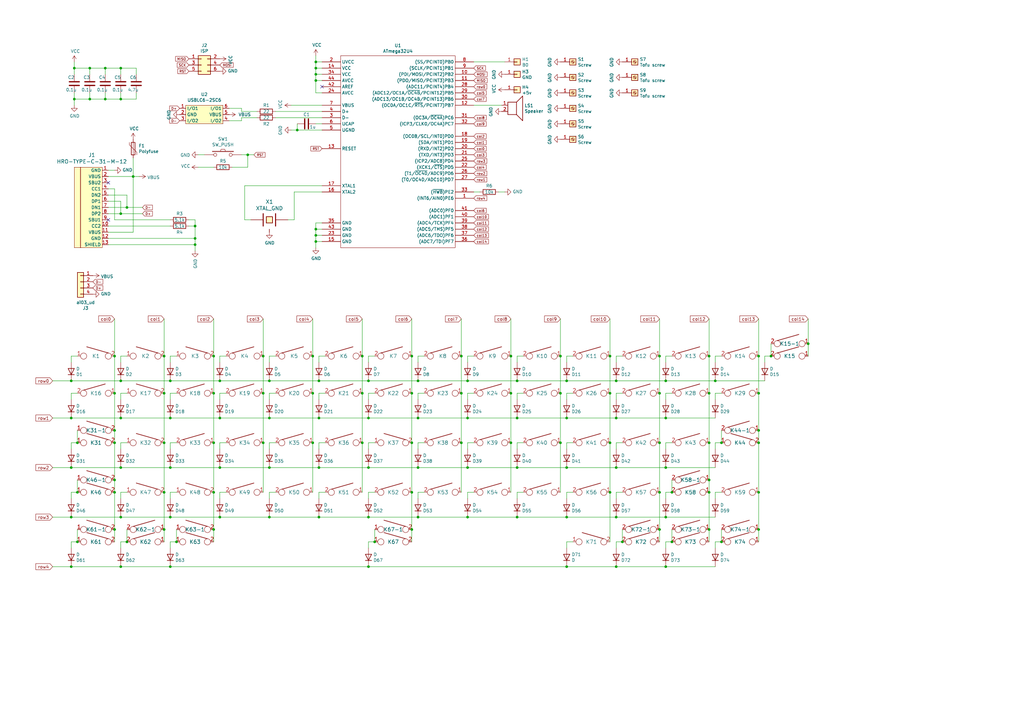
<source format=kicad_sch>
(kicad_sch (version 20200512) (host eeschema "(5.99.0-1789-gecec7192f)")
  (page 1 1)
  (paper "A3")
  (junction (at 29.21 156.21))
  (junction (at 29.21 171.45))
  (junction (at 29.21 191.77))
  (junction (at 29.21 212.09))
  (junction (at 29.21 232.41))
  (junction (at 30.48 27.94))
  (junction (at 30.48 40.64))
  (junction (at 31.75 181.61))
  (junction (at 31.75 201.93))
  (junction (at 31.75 222.25))
  (junction (at 36.83 27.94))
  (junction (at 36.83 40.64))
  (junction (at 43.18 27.94))
  (junction (at 43.18 40.64))
  (junction (at 46.99 146.05))
  (junction (at 46.99 161.29))
  (junction (at 46.99 176.53))
  (junction (at 46.99 181.61))
  (junction (at 46.99 196.85))
  (junction (at 46.99 201.93))
  (junction (at 46.99 217.17))
  (junction (at 49.53 27.94))
  (junction (at 49.53 40.64))
  (junction (at 49.53 87.63))
  (junction (at 49.53 156.21))
  (junction (at 49.53 171.45))
  (junction (at 49.53 191.77))
  (junction (at 49.53 212.09))
  (junction (at 49.53 232.41))
  (junction (at 52.07 85.09))
  (junction (at 52.07 222.25))
  (junction (at 54.61 72.39))
  (junction (at 67.31 146.05))
  (junction (at 67.31 161.29))
  (junction (at 67.31 181.61))
  (junction (at 67.31 201.93))
  (junction (at 67.31 217.17))
  (junction (at 69.85 156.21))
  (junction (at 69.85 171.45))
  (junction (at 69.85 191.77))
  (junction (at 69.85 212.09))
  (junction (at 69.85 232.41))
  (junction (at 72.39 222.25))
  (junction (at 80.01 92.71))
  (junction (at 80.01 97.79))
  (junction (at 80.01 100.33))
  (junction (at 87.63 146.05))
  (junction (at 87.63 161.29))
  (junction (at 87.63 181.61))
  (junction (at 87.63 201.93))
  (junction (at 87.63 217.17))
  (junction (at 90.17 156.21))
  (junction (at 90.17 171.45))
  (junction (at 90.17 191.77))
  (junction (at 90.17 212.09))
  (junction (at 101.6 63.5))
  (junction (at 107.95 146.05))
  (junction (at 107.95 161.29))
  (junction (at 107.95 181.61))
  (junction (at 110.49 156.21))
  (junction (at 110.49 171.45))
  (junction (at 110.49 191.77))
  (junction (at 110.49 212.09))
  (junction (at 121.92 53.34))
  (junction (at 128.27 146.05))
  (junction (at 128.27 161.29))
  (junction (at 128.27 181.61))
  (junction (at 129.54 25.4))
  (junction (at 129.54 27.94))
  (junction (at 129.54 30.48))
  (junction (at 129.54 33.02))
  (junction (at 129.54 93.98))
  (junction (at 129.54 96.52))
  (junction (at 129.54 99.06))
  (junction (at 130.81 156.21))
  (junction (at 130.81 171.45))
  (junction (at 130.81 191.77))
  (junction (at 130.81 212.09))
  (junction (at 148.59 146.05))
  (junction (at 148.59 161.29))
  (junction (at 148.59 181.61))
  (junction (at 151.13 156.21))
  (junction (at 151.13 171.45))
  (junction (at 151.13 191.77))
  (junction (at 151.13 212.09))
  (junction (at 151.13 232.41))
  (junction (at 153.67 222.25))
  (junction (at 168.91 146.05))
  (junction (at 168.91 161.29))
  (junction (at 168.91 181.61))
  (junction (at 168.91 201.93))
  (junction (at 168.91 217.17))
  (junction (at 171.45 156.21))
  (junction (at 171.45 171.45))
  (junction (at 171.45 191.77))
  (junction (at 171.45 212.09))
  (junction (at 189.23 146.05))
  (junction (at 189.23 161.29))
  (junction (at 189.23 181.61))
  (junction (at 191.77 156.21))
  (junction (at 191.77 171.45))
  (junction (at 191.77 191.77))
  (junction (at 191.77 212.09))
  (junction (at 209.55 146.05))
  (junction (at 209.55 161.29))
  (junction (at 209.55 181.61))
  (junction (at 212.09 156.21))
  (junction (at 212.09 171.45))
  (junction (at 212.09 191.77))
  (junction (at 212.09 212.09))
  (junction (at 229.87 146.05))
  (junction (at 229.87 161.29))
  (junction (at 229.87 181.61))
  (junction (at 232.41 156.21))
  (junction (at 232.41 171.45))
  (junction (at 232.41 191.77))
  (junction (at 232.41 212.09))
  (junction (at 232.41 232.41))
  (junction (at 250.19 146.05))
  (junction (at 250.19 161.29))
  (junction (at 250.19 181.61))
  (junction (at 250.19 201.93))
  (junction (at 252.73 156.21))
  (junction (at 252.73 171.45))
  (junction (at 252.73 191.77))
  (junction (at 252.73 212.09))
  (junction (at 252.73 232.41))
  (junction (at 255.27 222.25))
  (junction (at 270.51 146.05))
  (junction (at 270.51 161.29))
  (junction (at 270.51 181.61))
  (junction (at 270.51 201.93))
  (junction (at 270.51 217.17))
  (junction (at 273.05 156.21))
  (junction (at 273.05 171.45))
  (junction (at 273.05 191.77))
  (junction (at 273.05 212.09))
  (junction (at 273.05 232.41))
  (junction (at 275.59 201.93))
  (junction (at 275.59 222.25))
  (junction (at 290.83 146.05))
  (junction (at 290.83 161.29))
  (junction (at 290.83 181.61))
  (junction (at 290.83 196.85))
  (junction (at 290.83 201.93))
  (junction (at 290.83 217.17))
  (junction (at 293.37 156.21))
  (junction (at 295.91 181.61))
  (junction (at 295.91 222.25))
  (junction (at 311.15 146.05))
  (junction (at 311.15 161.29))
  (junction (at 311.15 176.53))
  (junction (at 311.15 181.61))
  (junction (at 311.15 201.93))
  (junction (at 311.15 217.17))
  (junction (at 316.23 146.05))
  (junction (at 331.47 140.97))
  (no_connect (at 44.45 74.93))
  (no_connect (at 132.08 35.56))
  (no_connect (at 44.45 90.17))
  (wire (pts (xy 21.59 156.21) (xy 29.21 156.21)))
  (wire (pts (xy 21.59 171.45) (xy 29.21 171.45)))
  (wire (pts (xy 21.59 212.09) (xy 29.21 212.09)))
  (wire (pts (xy 29.21 146.05) (xy 31.75 146.05)))
  (wire (pts (xy 29.21 148.59) (xy 29.21 146.05)))
  (wire (pts (xy 29.21 156.21) (xy 49.53 156.21)))
  (wire (pts (xy 29.21 161.29) (xy 31.75 161.29)))
  (wire (pts (xy 29.21 163.83) (xy 29.21 161.29)))
  (wire (pts (xy 29.21 171.45) (xy 49.53 171.45)))
  (wire (pts (xy 29.21 181.61) (xy 31.75 181.61)))
  (wire (pts (xy 29.21 184.15) (xy 29.21 181.61)))
  (wire (pts (xy 29.21 191.77) (xy 21.59 191.77)))
  (wire (pts (xy 29.21 201.93) (xy 31.75 201.93)))
  (wire (pts (xy 29.21 204.47) (xy 29.21 201.93)))
  (wire (pts (xy 29.21 212.09) (xy 49.53 212.09)))
  (wire (pts (xy 29.21 222.25) (xy 31.75 222.25)))
  (wire (pts (xy 29.21 224.79) (xy 29.21 222.25)))
  (wire (pts (xy 29.21 232.41) (xy 21.59 232.41)))
  (wire (pts (xy 30.48 25.4) (xy 30.48 27.94)))
  (wire (pts (xy 30.48 27.94) (xy 30.48 30.48)))
  (wire (pts (xy 30.48 27.94) (xy 36.83 27.94)))
  (wire (pts (xy 30.48 38.1) (xy 30.48 40.64)))
  (wire (pts (xy 30.48 40.64) (xy 30.48 43.18)))
  (wire (pts (xy 30.48 40.64) (xy 36.83 40.64)))
  (wire (pts (xy 31.75 176.53) (xy 31.75 181.61)))
  (wire (pts (xy 31.75 196.85) (xy 31.75 201.93)))
  (wire (pts (xy 31.75 217.17) (xy 31.75 222.25)))
  (wire (pts (xy 36.83 27.94) (xy 43.18 27.94)))
  (wire (pts (xy 36.83 30.48) (xy 36.83 27.94)))
  (wire (pts (xy 36.83 40.64) (xy 36.83 38.1)))
  (wire (pts (xy 36.83 40.64) (xy 43.18 40.64)))
  (wire (pts (xy 43.18 27.94) (xy 49.53 27.94)))
  (wire (pts (xy 43.18 30.48) (xy 43.18 27.94)))
  (wire (pts (xy 43.18 40.64) (xy 43.18 38.1)))
  (wire (pts (xy 43.18 40.64) (xy 49.53 40.64)))
  (wire (pts (xy 44.45 69.85) (xy 46.99 69.85)))
  (wire (pts (xy 44.45 72.39) (xy 54.61 72.39)))
  (wire (pts (xy 44.45 77.47) (xy 46.99 77.47)))
  (wire (pts (xy 44.45 80.01) (xy 52.07 80.01)))
  (wire (pts (xy 44.45 87.63) (xy 49.53 87.63)))
  (wire (pts (xy 44.45 92.71) (xy 69.85 92.71)))
  (wire (pts (xy 44.45 97.79) (xy 80.01 97.79)))
  (wire (pts (xy 44.45 100.33) (xy 80.01 100.33)))
  (wire (pts (xy 46.99 77.47) (xy 46.99 90.17)))
  (wire (pts (xy 46.99 90.17) (xy 69.85 90.17)))
  (wire (pts (xy 46.99 130.81) (xy 46.99 146.05)))
  (wire (pts (xy 46.99 146.05) (xy 46.99 161.29)))
  (wire (pts (xy 46.99 161.29) (xy 46.99 176.53)))
  (wire (pts (xy 46.99 176.53) (xy 46.99 181.61)))
  (wire (pts (xy 46.99 181.61) (xy 46.99 196.85)))
  (wire (pts (xy 46.99 196.85) (xy 46.99 201.93)))
  (wire (pts (xy 46.99 201.93) (xy 46.99 217.17)))
  (wire (pts (xy 46.99 217.17) (xy 46.99 222.25)))
  (wire (pts (xy 49.53 27.94) (xy 55.88 27.94)))
  (wire (pts (xy 49.53 30.48) (xy 49.53 27.94)))
  (wire (pts (xy 49.53 40.64) (xy 49.53 38.1)))
  (wire (pts (xy 49.53 40.64) (xy 55.88 40.64)))
  (wire (pts (xy 49.53 82.55) (xy 44.45 82.55)))
  (wire (pts (xy 49.53 87.63) (xy 49.53 82.55)))
  (wire (pts (xy 49.53 87.63) (xy 58.42 87.63)))
  (wire (pts (xy 49.53 146.05) (xy 52.07 146.05)))
  (wire (pts (xy 49.53 148.59) (xy 49.53 146.05)))
  (wire (pts (xy 49.53 156.21) (xy 69.85 156.21)))
  (wire (pts (xy 49.53 161.29) (xy 52.07 161.29)))
  (wire (pts (xy 49.53 163.83) (xy 49.53 161.29)))
  (wire (pts (xy 49.53 171.45) (xy 69.85 171.45)))
  (wire (pts (xy 49.53 181.61) (xy 52.07 181.61)))
  (wire (pts (xy 49.53 184.15) (xy 49.53 181.61)))
  (wire (pts (xy 49.53 191.77) (xy 29.21 191.77)))
  (wire (pts (xy 49.53 201.93) (xy 52.07 201.93)))
  (wire (pts (xy 49.53 204.47) (xy 49.53 201.93)))
  (wire (pts (xy 49.53 212.09) (xy 69.85 212.09)))
  (wire (pts (xy 49.53 222.25) (xy 52.07 222.25)))
  (wire (pts (xy 49.53 224.79) (xy 49.53 222.25)))
  (wire (pts (xy 49.53 232.41) (xy 29.21 232.41)))
  (wire (pts (xy 52.07 80.01) (xy 52.07 85.09)))
  (wire (pts (xy 52.07 85.09) (xy 44.45 85.09)))
  (wire (pts (xy 52.07 85.09) (xy 58.42 85.09)))
  (wire (pts (xy 52.07 222.25) (xy 52.07 217.17)))
  (wire (pts (xy 54.61 72.39) (xy 54.61 64.77)))
  (wire (pts (xy 54.61 72.39) (xy 54.61 95.25)))
  (wire (pts (xy 54.61 72.39) (xy 57.15 72.39)))
  (wire (pts (xy 54.61 95.25) (xy 44.45 95.25)))
  (wire (pts (xy 55.88 27.94) (xy 55.88 30.48)))
  (wire (pts (xy 55.88 40.64) (xy 55.88 38.1)))
  (wire (pts (xy 67.31 146.05) (xy 67.31 130.81)))
  (wire (pts (xy 67.31 161.29) (xy 67.31 146.05)))
  (wire (pts (xy 67.31 181.61) (xy 67.31 161.29)))
  (wire (pts (xy 67.31 201.93) (xy 67.31 181.61)))
  (wire (pts (xy 67.31 217.17) (xy 67.31 201.93)))
  (wire (pts (xy 67.31 222.25) (xy 67.31 217.17)))
  (wire (pts (xy 69.85 146.05) (xy 72.39 146.05)))
  (wire (pts (xy 69.85 148.59) (xy 69.85 146.05)))
  (wire (pts (xy 69.85 156.21) (xy 90.17 156.21)))
  (wire (pts (xy 69.85 161.29) (xy 72.39 161.29)))
  (wire (pts (xy 69.85 163.83) (xy 69.85 161.29)))
  (wire (pts (xy 69.85 171.45) (xy 90.17 171.45)))
  (wire (pts (xy 69.85 181.61) (xy 72.39 181.61)))
  (wire (pts (xy 69.85 184.15) (xy 69.85 181.61)))
  (wire (pts (xy 69.85 191.77) (xy 49.53 191.77)))
  (wire (pts (xy 69.85 201.93) (xy 72.39 201.93)))
  (wire (pts (xy 69.85 204.47) (xy 69.85 201.93)))
  (wire (pts (xy 69.85 212.09) (xy 90.17 212.09)))
  (wire (pts (xy 69.85 222.25) (xy 72.39 222.25)))
  (wire (pts (xy 69.85 224.79) (xy 69.85 222.25)))
  (wire (pts (xy 69.85 232.41) (xy 49.53 232.41)))
  (wire (pts (xy 72.39 222.25) (xy 72.39 217.17)))
  (wire (pts (xy 77.47 90.17) (xy 80.01 90.17)))
  (wire (pts (xy 77.47 92.71) (xy 80.01 92.71)))
  (wire (pts (xy 80.01 90.17) (xy 80.01 92.71)))
  (wire (pts (xy 80.01 92.71) (xy 80.01 97.79)))
  (wire (pts (xy 80.01 97.79) (xy 80.01 100.33)))
  (wire (pts (xy 80.01 100.33) (xy 80.01 102.87)))
  (wire (pts (xy 81.28 63.5) (xy 83.82 63.5)))
  (wire (pts (xy 81.28 68.58) (xy 87.63 68.58)))
  (wire (pts (xy 87.63 130.81) (xy 87.63 146.05)))
  (wire (pts (xy 87.63 146.05) (xy 87.63 161.29)))
  (wire (pts (xy 87.63 161.29) (xy 87.63 181.61)))
  (wire (pts (xy 87.63 181.61) (xy 87.63 201.93)))
  (wire (pts (xy 87.63 201.93) (xy 87.63 217.17)))
  (wire (pts (xy 87.63 217.17) (xy 87.63 222.25)))
  (wire (pts (xy 90.17 146.05) (xy 92.71 146.05)))
  (wire (pts (xy 90.17 148.59) (xy 90.17 146.05)))
  (wire (pts (xy 90.17 156.21) (xy 110.49 156.21)))
  (wire (pts (xy 90.17 161.29) (xy 92.71 161.29)))
  (wire (pts (xy 90.17 163.83) (xy 90.17 161.29)))
  (wire (pts (xy 90.17 171.45) (xy 110.49 171.45)))
  (wire (pts (xy 90.17 181.61) (xy 92.71 181.61)))
  (wire (pts (xy 90.17 184.15) (xy 90.17 181.61)))
  (wire (pts (xy 90.17 191.77) (xy 69.85 191.77)))
  (wire (pts (xy 90.17 201.93) (xy 92.71 201.93)))
  (wire (pts (xy 90.17 204.47) (xy 90.17 201.93)))
  (wire (pts (xy 90.17 212.09) (xy 110.49 212.09)))
  (wire (pts (xy 93.98 44.45) (xy 99.06 44.45)))
  (wire (pts (xy 93.98 49.53) (xy 99.06 49.53)))
  (wire (pts (xy 99.06 44.45) (xy 99.06 45.72)))
  (wire (pts (xy 99.06 45.72) (xy 105.41 45.72)))
  (wire (pts (xy 99.06 48.26) (xy 105.41 48.26)))
  (wire (pts (xy 99.06 49.53) (xy 99.06 48.26)))
  (wire (pts (xy 99.06 63.5) (xy 101.6 63.5)))
  (wire (pts (xy 100.33 76.2) (xy 132.08 76.2)))
  (wire (pts (xy 100.33 90.17) (xy 100.33 76.2)))
  (wire (pts (xy 100.33 90.17) (xy 102.87 90.17)))
  (wire (pts (xy 101.6 63.5) (xy 101.6 68.58)))
  (wire (pts (xy 101.6 68.58) (xy 95.25 68.58)))
  (wire (pts (xy 104.14 63.5) (xy 101.6 63.5)))
  (wire (pts (xy 107.95 130.81) (xy 107.95 146.05)))
  (wire (pts (xy 107.95 146.05) (xy 107.95 161.29)))
  (wire (pts (xy 107.95 161.29) (xy 107.95 181.61)))
  (wire (pts (xy 107.95 181.61) (xy 107.95 201.93)))
  (wire (pts (xy 110.49 146.05) (xy 113.03 146.05)))
  (wire (pts (xy 110.49 148.59) (xy 110.49 146.05)))
  (wire (pts (xy 110.49 156.21) (xy 130.81 156.21)))
  (wire (pts (xy 110.49 161.29) (xy 113.03 161.29)))
  (wire (pts (xy 110.49 163.83) (xy 110.49 161.29)))
  (wire (pts (xy 110.49 171.45) (xy 130.81 171.45)))
  (wire (pts (xy 110.49 181.61) (xy 113.03 181.61)))
  (wire (pts (xy 110.49 184.15) (xy 110.49 181.61)))
  (wire (pts (xy 110.49 191.77) (xy 90.17 191.77)))
  (wire (pts (xy 110.49 201.93) (xy 113.03 201.93)))
  (wire (pts (xy 110.49 204.47) (xy 110.49 201.93)))
  (wire (pts (xy 110.49 212.09) (xy 130.81 212.09)))
  (wire (pts (xy 113.03 45.72) (xy 132.08 45.72)))
  (wire (pts (xy 113.03 48.26) (xy 132.08 48.26)))
  (wire (pts (xy 119.38 53.34) (xy 121.92 53.34)))
  (wire (pts (xy 120.65 78.74) (xy 120.65 90.17)))
  (wire (pts (xy 120.65 90.17) (xy 118.11 90.17)))
  (wire (pts (xy 121.92 50.8) (xy 121.92 53.34)))
  (wire (pts (xy 121.92 53.34) (xy 132.08 53.34)))
  (wire (pts (xy 128.27 146.05) (xy 128.27 130.81)))
  (wire (pts (xy 128.27 161.29) (xy 128.27 146.05)))
  (wire (pts (xy 128.27 181.61) (xy 128.27 161.29)))
  (wire (pts (xy 128.27 201.93) (xy 128.27 181.61)))
  (wire (pts (xy 129.54 22.86) (xy 129.54 25.4)))
  (wire (pts (xy 129.54 25.4) (xy 129.54 27.94)))
  (wire (pts (xy 129.54 27.94) (xy 129.54 30.48)))
  (wire (pts (xy 129.54 30.48) (xy 129.54 33.02)))
  (wire (pts (xy 129.54 33.02) (xy 129.54 38.1)))
  (wire (pts (xy 129.54 38.1) (xy 132.08 38.1)))
  (wire (pts (xy 129.54 91.44) (xy 129.54 93.98)))
  (wire (pts (xy 129.54 93.98) (xy 129.54 96.52)))
  (wire (pts (xy 129.54 96.52) (xy 129.54 99.06)))
  (wire (pts (xy 129.54 99.06) (xy 132.08 99.06)))
  (wire (pts (xy 129.54 101.6) (xy 129.54 99.06)))
  (wire (pts (xy 130.81 146.05) (xy 133.35 146.05)))
  (wire (pts (xy 130.81 148.59) (xy 130.81 146.05)))
  (wire (pts (xy 130.81 156.21) (xy 151.13 156.21)))
  (wire (pts (xy 130.81 161.29) (xy 133.35 161.29)))
  (wire (pts (xy 130.81 163.83) (xy 130.81 161.29)))
  (wire (pts (xy 130.81 171.45) (xy 151.13 171.45)))
  (wire (pts (xy 130.81 181.61) (xy 133.35 181.61)))
  (wire (pts (xy 130.81 184.15) (xy 130.81 181.61)))
  (wire (pts (xy 130.81 191.77) (xy 110.49 191.77)))
  (wire (pts (xy 130.81 201.93) (xy 133.35 201.93)))
  (wire (pts (xy 130.81 204.47) (xy 130.81 201.93)))
  (wire (pts (xy 130.81 212.09) (xy 151.13 212.09)))
  (wire (pts (xy 132.08 25.4) (xy 129.54 25.4)))
  (wire (pts (xy 132.08 27.94) (xy 129.54 27.94)))
  (wire (pts (xy 132.08 30.48) (xy 129.54 30.48)))
  (wire (pts (xy 132.08 33.02) (xy 129.54 33.02)))
  (wire (pts (xy 132.08 43.18) (xy 119.38 43.18)))
  (wire (pts (xy 132.08 50.8) (xy 129.54 50.8)))
  (wire (pts (xy 132.08 78.74) (xy 120.65 78.74)))
  (wire (pts (xy 132.08 91.44) (xy 129.54 91.44)))
  (wire (pts (xy 132.08 93.98) (xy 129.54 93.98)))
  (wire (pts (xy 132.08 96.52) (xy 129.54 96.52)))
  (wire (pts (xy 148.59 130.81) (xy 148.59 146.05)))
  (wire (pts (xy 148.59 146.05) (xy 148.59 161.29)))
  (wire (pts (xy 148.59 161.29) (xy 148.59 181.61)))
  (wire (pts (xy 148.59 181.61) (xy 148.59 201.93)))
  (wire (pts (xy 151.13 146.05) (xy 153.67 146.05)))
  (wire (pts (xy 151.13 148.59) (xy 151.13 146.05)))
  (wire (pts (xy 151.13 156.21) (xy 171.45 156.21)))
  (wire (pts (xy 151.13 161.29) (xy 153.67 161.29)))
  (wire (pts (xy 151.13 163.83) (xy 151.13 161.29)))
  (wire (pts (xy 151.13 171.45) (xy 171.45 171.45)))
  (wire (pts (xy 151.13 181.61) (xy 153.67 181.61)))
  (wire (pts (xy 151.13 184.15) (xy 151.13 181.61)))
  (wire (pts (xy 151.13 191.77) (xy 130.81 191.77)))
  (wire (pts (xy 151.13 201.93) (xy 153.67 201.93)))
  (wire (pts (xy 151.13 204.47) (xy 151.13 201.93)))
  (wire (pts (xy 151.13 212.09) (xy 171.45 212.09)))
  (wire (pts (xy 151.13 222.25) (xy 153.67 222.25)))
  (wire (pts (xy 151.13 224.79) (xy 151.13 222.25)))
  (wire (pts (xy 151.13 232.41) (xy 69.85 232.41)))
  (wire (pts (xy 151.13 232.41) (xy 232.41 232.41)))
  (wire (pts (xy 153.67 217.17) (xy 153.67 222.25)))
  (wire (pts (xy 168.91 146.05) (xy 168.91 130.81)))
  (wire (pts (xy 168.91 161.29) (xy 168.91 146.05)))
  (wire (pts (xy 168.91 181.61) (xy 168.91 161.29)))
  (wire (pts (xy 168.91 201.93) (xy 168.91 181.61)))
  (wire (pts (xy 168.91 217.17) (xy 168.91 201.93)))
  (wire (pts (xy 168.91 222.25) (xy 168.91 217.17)))
  (wire (pts (xy 171.45 146.05) (xy 173.99 146.05)))
  (wire (pts (xy 171.45 148.59) (xy 171.45 146.05)))
  (wire (pts (xy 171.45 156.21) (xy 191.77 156.21)))
  (wire (pts (xy 171.45 161.29) (xy 173.99 161.29)))
  (wire (pts (xy 171.45 163.83) (xy 171.45 161.29)))
  (wire (pts (xy 171.45 171.45) (xy 191.77 171.45)))
  (wire (pts (xy 171.45 181.61) (xy 173.99 181.61)))
  (wire (pts (xy 171.45 184.15) (xy 171.45 181.61)))
  (wire (pts (xy 171.45 191.77) (xy 151.13 191.77)))
  (wire (pts (xy 171.45 201.93) (xy 173.99 201.93)))
  (wire (pts (xy 171.45 204.47) (xy 171.45 201.93)))
  (wire (pts (xy 171.45 212.09) (xy 191.77 212.09)))
  (wire (pts (xy 189.23 130.81) (xy 189.23 146.05)))
  (wire (pts (xy 189.23 146.05) (xy 189.23 161.29)))
  (wire (pts (xy 189.23 161.29) (xy 189.23 181.61)))
  (wire (pts (xy 189.23 181.61) (xy 189.23 201.93)))
  (wire (pts (xy 191.77 146.05) (xy 194.31 146.05)))
  (wire (pts (xy 191.77 148.59) (xy 191.77 146.05)))
  (wire (pts (xy 191.77 156.21) (xy 212.09 156.21)))
  (wire (pts (xy 191.77 161.29) (xy 194.31 161.29)))
  (wire (pts (xy 191.77 163.83) (xy 191.77 161.29)))
  (wire (pts (xy 191.77 171.45) (xy 212.09 171.45)))
  (wire (pts (xy 191.77 181.61) (xy 194.31 181.61)))
  (wire (pts (xy 191.77 184.15) (xy 191.77 181.61)))
  (wire (pts (xy 191.77 191.77) (xy 171.45 191.77)))
  (wire (pts (xy 191.77 201.93) (xy 194.31 201.93)))
  (wire (pts (xy 191.77 204.47) (xy 191.77 201.93)))
  (wire (pts (xy 191.77 212.09) (xy 212.09 212.09)))
  (wire (pts (xy 194.31 25.4) (xy 207.01 25.4)))
  (wire (pts (xy 194.31 43.18) (xy 205.74 43.18)))
  (wire (pts (xy 196.85 78.74) (xy 194.31 78.74)))
  (wire (pts (xy 207.01 78.74) (xy 204.47 78.74)))
  (wire (pts (xy 209.55 146.05) (xy 209.55 130.81)))
  (wire (pts (xy 209.55 161.29) (xy 209.55 146.05)))
  (wire (pts (xy 209.55 181.61) (xy 209.55 161.29)))
  (wire (pts (xy 209.55 201.93) (xy 209.55 181.61)))
  (wire (pts (xy 212.09 146.05) (xy 214.63 146.05)))
  (wire (pts (xy 212.09 148.59) (xy 212.09 146.05)))
  (wire (pts (xy 212.09 156.21) (xy 232.41 156.21)))
  (wire (pts (xy 212.09 161.29) (xy 214.63 161.29)))
  (wire (pts (xy 212.09 163.83) (xy 212.09 161.29)))
  (wire (pts (xy 212.09 171.45) (xy 232.41 171.45)))
  (wire (pts (xy 212.09 181.61) (xy 214.63 181.61)))
  (wire (pts (xy 212.09 184.15) (xy 212.09 181.61)))
  (wire (pts (xy 212.09 191.77) (xy 191.77 191.77)))
  (wire (pts (xy 212.09 201.93) (xy 214.63 201.93)))
  (wire (pts (xy 212.09 204.47) (xy 212.09 201.93)))
  (wire (pts (xy 212.09 212.09) (xy 232.41 212.09)))
  (wire (pts (xy 229.87 130.81) (xy 229.87 146.05)))
  (wire (pts (xy 229.87 146.05) (xy 229.87 161.29)))
  (wire (pts (xy 229.87 161.29) (xy 229.87 181.61)))
  (wire (pts (xy 229.87 181.61) (xy 229.87 201.93)))
  (wire (pts (xy 232.41 146.05) (xy 234.95 146.05)))
  (wire (pts (xy 232.41 148.59) (xy 232.41 146.05)))
  (wire (pts (xy 232.41 156.21) (xy 252.73 156.21)))
  (wire (pts (xy 232.41 161.29) (xy 234.95 161.29)))
  (wire (pts (xy 232.41 163.83) (xy 232.41 161.29)))
  (wire (pts (xy 232.41 171.45) (xy 252.73 171.45)))
  (wire (pts (xy 232.41 181.61) (xy 234.95 181.61)))
  (wire (pts (xy 232.41 184.15) (xy 232.41 181.61)))
  (wire (pts (xy 232.41 191.77) (xy 212.09 191.77)))
  (wire (pts (xy 232.41 201.93) (xy 234.95 201.93)))
  (wire (pts (xy 232.41 204.47) (xy 232.41 201.93)))
  (wire (pts (xy 232.41 212.09) (xy 252.73 212.09)))
  (wire (pts (xy 232.41 222.25) (xy 234.95 222.25)))
  (wire (pts (xy 232.41 224.79) (xy 232.41 222.25)))
  (wire (pts (xy 250.19 146.05) (xy 250.19 130.81)))
  (wire (pts (xy 250.19 161.29) (xy 250.19 146.05)))
  (wire (pts (xy 250.19 181.61) (xy 250.19 161.29)))
  (wire (pts (xy 250.19 201.93) (xy 250.19 181.61)))
  (wire (pts (xy 250.19 222.25) (xy 250.19 201.93)))
  (wire (pts (xy 252.73 146.05) (xy 255.27 146.05)))
  (wire (pts (xy 252.73 148.59) (xy 252.73 146.05)))
  (wire (pts (xy 252.73 156.21) (xy 273.05 156.21)))
  (wire (pts (xy 252.73 161.29) (xy 255.27 161.29)))
  (wire (pts (xy 252.73 163.83) (xy 252.73 161.29)))
  (wire (pts (xy 252.73 171.45) (xy 273.05 171.45)))
  (wire (pts (xy 252.73 181.61) (xy 255.27 181.61)))
  (wire (pts (xy 252.73 184.15) (xy 252.73 181.61)))
  (wire (pts (xy 252.73 191.77) (xy 232.41 191.77)))
  (wire (pts (xy 252.73 201.93) (xy 255.27 201.93)))
  (wire (pts (xy 252.73 204.47) (xy 252.73 201.93)))
  (wire (pts (xy 252.73 212.09) (xy 273.05 212.09)))
  (wire (pts (xy 252.73 222.25) (xy 255.27 222.25)))
  (wire (pts (xy 252.73 224.79) (xy 252.73 222.25)))
  (wire (pts (xy 252.73 232.41) (xy 232.41 232.41)))
  (wire (pts (xy 255.27 222.25) (xy 255.27 217.17)))
  (wire (pts (xy 270.51 130.81) (xy 270.51 146.05)))
  (wire (pts (xy 270.51 146.05) (xy 270.51 161.29)))
  (wire (pts (xy 270.51 161.29) (xy 270.51 181.61)))
  (wire (pts (xy 270.51 181.61) (xy 270.51 201.93)))
  (wire (pts (xy 270.51 201.93) (xy 270.51 217.17)))
  (wire (pts (xy 270.51 217.17) (xy 270.51 222.25)))
  (wire (pts (xy 273.05 146.05) (xy 275.59 146.05)))
  (wire (pts (xy 273.05 148.59) (xy 273.05 146.05)))
  (wire (pts (xy 273.05 156.21) (xy 293.37 156.21)))
  (wire (pts (xy 273.05 161.29) (xy 275.59 161.29)))
  (wire (pts (xy 273.05 163.83) (xy 273.05 161.29)))
  (wire (pts (xy 273.05 171.45) (xy 293.37 171.45)))
  (wire (pts (xy 273.05 181.61) (xy 275.59 181.61)))
  (wire (pts (xy 273.05 184.15) (xy 273.05 181.61)))
  (wire (pts (xy 273.05 191.77) (xy 252.73 191.77)))
  (wire (pts (xy 273.05 201.93) (xy 275.59 201.93)))
  (wire (pts (xy 273.05 204.47) (xy 273.05 201.93)))
  (wire (pts (xy 273.05 212.09) (xy 293.37 212.09)))
  (wire (pts (xy 273.05 222.25) (xy 275.59 222.25)))
  (wire (pts (xy 273.05 224.79) (xy 273.05 222.25)))
  (wire (pts (xy 273.05 232.41) (xy 252.73 232.41)))
  (wire (pts (xy 275.59 196.85) (xy 275.59 201.93)))
  (wire (pts (xy 275.59 222.25) (xy 275.59 217.17)))
  (wire (pts (xy 290.83 146.05) (xy 290.83 130.81)))
  (wire (pts (xy 290.83 161.29) (xy 290.83 146.05)))
  (wire (pts (xy 290.83 181.61) (xy 290.83 161.29)))
  (wire (pts (xy 290.83 196.85) (xy 290.83 181.61)))
  (wire (pts (xy 290.83 201.93) (xy 290.83 196.85)))
  (wire (pts (xy 290.83 217.17) (xy 290.83 201.93)))
  (wire (pts (xy 290.83 222.25) (xy 290.83 217.17)))
  (wire (pts (xy 293.37 146.05) (xy 295.91 146.05)))
  (wire (pts (xy 293.37 148.59) (xy 293.37 146.05)))
  (wire (pts (xy 293.37 156.21) (xy 313.69 156.21)))
  (wire (pts (xy 293.37 161.29) (xy 295.91 161.29)))
  (wire (pts (xy 293.37 163.83) (xy 293.37 161.29)))
  (wire (pts (xy 293.37 181.61) (xy 295.91 181.61)))
  (wire (pts (xy 293.37 184.15) (xy 293.37 181.61)))
  (wire (pts (xy 293.37 191.77) (xy 273.05 191.77)))
  (wire (pts (xy 293.37 201.93) (xy 295.91 201.93)))
  (wire (pts (xy 293.37 204.47) (xy 293.37 201.93)))
  (wire (pts (xy 293.37 222.25) (xy 295.91 222.25)))
  (wire (pts (xy 293.37 224.79) (xy 293.37 222.25)))
  (wire (pts (xy 293.37 232.41) (xy 273.05 232.41)))
  (wire (pts (xy 295.91 176.53) (xy 295.91 181.61)))
  (wire (pts (xy 295.91 222.25) (xy 295.91 217.17)))
  (wire (pts (xy 311.15 130.81) (xy 311.15 146.05)))
  (wire (pts (xy 311.15 146.05) (xy 311.15 161.29)))
  (wire (pts (xy 311.15 161.29) (xy 311.15 176.53)))
  (wire (pts (xy 311.15 176.53) (xy 311.15 181.61)))
  (wire (pts (xy 311.15 181.61) (xy 311.15 201.93)))
  (wire (pts (xy 311.15 201.93) (xy 311.15 217.17)))
  (wire (pts (xy 311.15 217.17) (xy 311.15 222.25)))
  (wire (pts (xy 313.69 146.05) (xy 316.23 146.05)))
  (wire (pts (xy 313.69 148.59) (xy 313.69 146.05)))
  (wire (pts (xy 316.23 140.97) (xy 316.23 146.05)))
  (wire (pts (xy 331.47 140.97) (xy 331.47 130.81)))
  (wire (pts (xy 331.47 146.05) (xy 331.47 140.97)))
  (global_label "row0" (shape input) (at 21.59 156.21 180))
  (global_label "row1" (shape input) (at 21.59 171.45 180))
  (global_label "row2" (shape input) (at 21.59 191.77 180))
  (global_label "row3" (shape input) (at 21.59 212.09 180))
  (global_label "row4" (shape input) (at 21.59 232.41 180))
  (global_label "D-" (shape input) (at 38.1 115.57 0) (effects (font (size 0.9906 0.9906))))
  (global_label "D+" (shape input) (at 38.1 118.11 0) (effects (font (size 0.9906 0.9906))))
  (global_label "col0" (shape input) (at 46.99 130.81 180))
  (global_label "D-" (shape input) (at 58.42 85.09 0) (effects (font (size 0.9906 0.9906))))
  (global_label "D+" (shape input) (at 58.42 87.63 0) (effects (font (size 0.9906 0.9906))))
  (global_label "col1" (shape input) (at 67.31 130.81 180))
  (global_label "D+" (shape input) (at 73.66 44.45 180) (effects (font (size 0.9906 0.9906))))
  (global_label "D-" (shape input) (at 73.66 49.53 180) (effects (font (size 0.9906 0.9906))))
  (global_label "MISO" (shape input) (at 77.47 24.13 180) (effects (font (size 0.9906 0.9906))))
  (global_label "SCK" (shape input) (at 77.47 26.67 180) (effects (font (size 0.9906 0.9906))))
  (global_label "RST" (shape input) (at 77.47 29.21 180) (effects (font (size 0.9906 0.9906))))
  (global_label "col2" (shape input) (at 87.63 130.81 180))
  (global_label "MOSI" (shape input) (at 90.17 26.67 0) (effects (font (size 0.9906 0.9906))))
  (global_label "RST" (shape input) (at 104.14 63.5 0) (effects (font (size 0.9906 0.9906))))
  (global_label "col3" (shape input) (at 107.95 130.81 180))
  (global_label "col4" (shape input) (at 128.27 130.81 180))
  (global_label "RST" (shape input) (at 132.08 60.96 180) (effects (font (size 0.9906 0.9906))))
  (global_label "col5" (shape input) (at 148.59 130.81 180))
  (global_label "col6" (shape input) (at 168.91 130.81 180))
  (global_label "col7" (shape input) (at 189.23 130.81 180))
  (global_label "SCK" (shape input) (at 194.31 27.94 0) (effects (font (size 0.9906 0.9906))))
  (global_label "MOSI" (shape input) (at 194.31 30.48 0) (effects (font (size 0.9906 0.9906))))
  (global_label "MISO" (shape input) (at 194.31 33.02 0) (effects (font (size 0.9906 0.9906))))
  (global_label "row0" (shape input) (at 194.31 35.56 0) (effects (font (size 0.9906 0.9906))))
  (global_label "col5" (shape input) (at 194.31 38.1 0) (effects (font (size 0.9906 0.9906))))
  (global_label "col7" (shape input) (at 194.31 40.64 0) (effects (font (size 0.9906 0.9906))))
  (global_label "col8" (shape input) (at 194.31 48.26 0) (effects (font (size 0.9906 0.9906))))
  (global_label "col9" (shape input) (at 194.31 50.8 0) (effects (font (size 0.9906 0.9906))))
  (global_label "col2" (shape input) (at 194.31 55.88 0) (effects (font (size 0.9906 0.9906))))
  (global_label "col1" (shape input) (at 194.31 58.42 0) (effects (font (size 0.9906 0.9906))))
  (global_label "col0" (shape input) (at 194.31 60.96 0) (effects (font (size 0.9906 0.9906))))
  (global_label "col3" (shape input) (at 194.31 63.5 0) (effects (font (size 0.9906 0.9906))))
  (global_label "row3" (shape input) (at 194.31 66.04 0) (effects (font (size 0.9906 0.9906))))
  (global_label "col4" (shape input) (at 194.31 68.58 0) (effects (font (size 0.9906 0.9906))))
  (global_label "row2" (shape input) (at 194.31 71.12 0) (effects (font (size 0.9906 0.9906))))
  (global_label "row1" (shape input) (at 194.31 73.66 0) (effects (font (size 0.9906 0.9906))))
  (global_label "row4" (shape input) (at 194.31 81.28 0) (effects (font (size 0.9906 0.9906))))
  (global_label "col6" (shape input) (at 194.31 86.36 0) (effects (font (size 0.9906 0.9906))))
  (global_label "col10" (shape input) (at 194.31 88.9 0) (effects (font (size 0.9906 0.9906))))
  (global_label "col11" (shape input) (at 194.31 91.44 0) (effects (font (size 0.9906 0.9906))))
  (global_label "col12" (shape input) (at 194.31 93.98 0) (effects (font (size 0.9906 0.9906))))
  (global_label "col13" (shape input) (at 194.31 96.52 0) (effects (font (size 0.9906 0.9906))))
  (global_label "col14" (shape input) (at 194.31 99.06 0) (effects (font (size 0.9906 0.9906))))
  (global_label "col8" (shape input) (at 209.55 130.81 180))
  (global_label "col9" (shape input) (at 229.87 130.81 180))
  (global_label "col10" (shape input) (at 250.19 130.81 180))
  (global_label "col11" (shape input) (at 270.51 130.81 180))
  (global_label "col12" (shape input) (at 290.83 130.81 180))
  (global_label "col13" (shape input) (at 311.15 130.81 180))
  (global_label "col14" (shape input) (at 331.47 130.81 180))
  (symbol (lib_id "Power:VCC") (at 30.48 25.4 0) (unit 1)
    (property "Reference" "#PWR0109" (effects hide))
    (property "Value" "VCC" (at 30.9118 21.0058 0))
  )
  (symbol (lib_id "Power:VBUS") (at 38.1 113.03 270) (unit 1)
    (property "Reference" "#PWR0130" (effects hide))
    (property "Value" "VBUS" (at 41.3512 113.411 90) (effects (justify left)))
  )
  (symbol (lib_id "Power:VCC") (at 54.61 57.15 0) (unit 1)
    (property "Reference" "#PWR0112" (effects hide))
    (property "Value" "VCC" (at 55.0418 52.7558 0))
  )
  (symbol (lib_id "Power:VBUS") (at 57.15 72.39 270) (unit 1)
    (property "Reference" "#PWR0124" (effects hide))
    (property "Value" "VBUS" (at 60.4012 72.771 90) (effects (justify left)))
  )
  (symbol (lib_id "Power:VCC") (at 81.28 68.58 90) (unit 1)
    (property "Reference" "#PWR0104" (effects hide))
    (property "Value" "VCC" (at 78.0542 68.1228 90) (effects (justify left)))
  )
  (symbol (lib_id "Power:VCC") (at 90.17 24.13 270) (unit 1)
    (property "Reference" "#PWR0121" (effects hide))
    (property "Value" "VCC" (at 94.5642 24.5618 0))
  )
  (symbol (lib_id "Power:VBUS") (at 93.98 46.99 270) (unit 1)
    (property "Reference" "#PWR0125" (effects hide))
    (property "Value" "VBUS" (at 97.79 46.99 90) (effects (justify left)))
  )
  (symbol (lib_id "Power:VCC") (at 119.38 43.18 90) (unit 1)
    (property "Reference" "#PWR0113" (effects hide))
    (property "Value" "VCC" (at 114.9858 42.7482 0))
  )
  (symbol (lib_id "Power:VCC") (at 129.54 22.86 0) (unit 1)
    (property "Reference" "#PWR0103" (effects hide))
    (property "Value" "VCC" (at 129.9718 18.4658 0))
  )
  (symbol (lib_id "Power:VCC") (at 207.01 36.83 90) (unit 1)
    (property "Reference" "#PWR0123" (effects hide))
    (property "Value" "VCC" (at 202.6158 36.3982 0))
  )
  (symbol (lib_id "Power:GND") (at 30.48 43.18 0) (unit 1)
    (property "Reference" "#PWR0110" (effects hide))
    (property "Value" "GND" (at 30.607 47.5742 0))
  )
  (symbol (lib_id "Power:GND") (at 38.1 120.65 90) (unit 1)
    (property "Reference" "#PWR0131" (effects hide))
    (property "Value" "GND" (at 41.3512 120.523 90) (effects (justify right)))
  )
  (symbol (lib_id "Power:GND") (at 46.99 69.85 90) (unit 1)
    (property "Reference" "#PWR0102" (effects hide))
    (property "Value" "GND" (at 50.2412 69.723 90) (effects (justify right)))
  )
  (symbol (lib_id "Power:GND") (at 73.66 46.99 270) (unit 1)
    (property "Reference" "#PWR0126" (effects hide))
    (property "Value" "GND" (at 69.2658 47.117 0))
  )
  (symbol (lib_id "Power:GND") (at 80.01 102.87 0) (unit 1)
    (property "Reference" "#PWR0111" (effects hide))
    (property "Value" "GND" (at 80.137 106.1212 90) (effects (justify right)))
  )
  (symbol (lib_id "Power:GND") (at 81.28 63.5 270) (unit 1)
    (property "Reference" "#PWR0105" (effects hide))
    (property "Value" "GND" (at 78.0288 63.627 90) (effects (justify right)))
  )
  (symbol (lib_id "Power:GND") (at 90.17 29.21 90) (unit 1)
    (property "Reference" "#PWR0120" (effects hide))
    (property "Value" "GND" (at 93.4212 29.083 90) (effects (justify right)))
  )
  (symbol (lib_id "Power:GND") (at 110.49 95.25 0) (unit 1)
    (property "Reference" "#PWR0107" (effects hide))
    (property "Value" "GND" (at 110.617 99.6442 0))
  )
  (symbol (lib_id "Power:GND") (at 119.38 53.34 270) (unit 1)
    (property "Reference" "#PWR0101" (effects hide))
    (property "Value" "GND" (at 114.9858 53.467 0))
  )
  (symbol (lib_id "Power:GND") (at 129.54 101.6 0) (unit 1)
    (property "Reference" "#PWR0108" (effects hide))
    (property "Value" "GND" (at 129.667 105.9942 0))
  )
  (symbol (lib_id "Power:GND") (at 205.74 45.72 270) (unit 1)
    (property "Reference" "#PWR0132" (effects hide))
    (property "Value" "GND" (at 201.3458 45.847 0))
  )
  (symbol (lib_id "Power:GND") (at 207.01 30.48 270) (unit 1)
    (property "Reference" "#PWR0122" (effects hide))
    (property "Value" "GND" (at 202.6158 30.607 0))
  )
  (symbol (lib_id "Power:GND") (at 207.01 78.74 90) (unit 1)
    (property "Reference" "#PWR0106" (effects hide))
    (property "Value" "GND" (at 210.2612 78.613 90) (effects (justify right)))
  )
  (symbol (lib_id "Power:GND") (at 229.87 25.4 270) (unit 1)
    (property "Reference" "#PWR0114" (effects hide))
    (property "Value" "GND" (at 225.4758 25.527 0))
  )
  (symbol (lib_id "Power:GND") (at 229.87 31.75 270) (unit 1)
    (property "Reference" "#PWR0115" (effects hide))
    (property "Value" "GND" (at 225.4758 31.877 0))
  )
  (symbol (lib_id "Power:GND") (at 229.87 38.1 270) (unit 1)
    (property "Reference" "#PWR0116" (effects hide))
    (property "Value" "GND" (at 225.4758 38.227 0))
  )
  (symbol (lib_id "Power:GND") (at 229.87 44.45 270) (unit 1)
    (property "Reference" "#PWR0117" (effects hide))
    (property "Value" "GND" (at 225.4758 44.577 0))
  )
  (symbol (lib_id "Power:GND") (at 229.87 50.8 270) (unit 1)
    (property "Reference" "#PWR0118" (effects hide))
    (property "Value" "GND" (at 225.4758 50.927 0))
  )
  (symbol (lib_id "Power:GND") (at 229.87 57.15 270) (unit 1)
    (property "Reference" "#PWR0119" (effects hide))
    (property "Value" "GND" (at 225.4758 57.277 0))
  )
  (symbol (lib_id "Power:GND") (at 255.27 25.4 270) (unit 1)
    (property "Reference" "#PWR0127" (effects hide))
    (property "Value" "GND" (at 250.8758 25.527 0))
  )
  (symbol (lib_id "Power:GND") (at 255.27 31.75 270) (unit 1)
    (property "Reference" "#PWR0128" (effects hide))
    (property "Value" "GND" (at 250.8758 31.877 0))
  )
  (symbol (lib_id "Power:GND") (at 255.27 38.1 270) (unit 1)
    (property "Reference" "#PWR0129" (effects hide))
    (property "Value" "GND" (at 250.8758 38.227 0))
  )
  (symbol (lib_id "Device:R") (at 73.66 90.17 270) (unit 1)
    (property "Reference" "R3" (at 73.66 87.63 90))
    (property "Value" "5.1k" (at 73.66 90.17 90))
    (property "Footprint" "Keeb_components:R_0805" (effects hide))
  )
  (symbol (lib_id "Device:R") (at 73.66 92.71 90) (unit 1)
    (property "Reference" "R4" (at 73.66 95.25 90))
    (property "Value" "5.1k" (at 73.66 92.71 90))
    (property "Footprint" "Keeb_components:R_0805" (effects hide))
  )
  (symbol (lib_id "Device:R") (at 91.44 68.58 270) (unit 1)
    (property "Reference" "R5" (at 91.44 66.04 90))
    (property "Value" "10k" (at 91.44 68.58 90))
    (property "Footprint" "Keeb_components:R_0805" (effects hide))
  )
  (symbol (lib_id "Device:R") (at 109.22 45.72 270) (unit 1)
    (property "Reference" "R1" (at 109.22 43.18 90))
    (property "Value" "22" (at 109.22 45.72 90))
    (property "Footprint" "Keeb_components:R_0805" (effects hide))
  )
  (symbol (lib_id "Device:R") (at 109.22 48.26 90) (unit 1)
    (property "Reference" "R2" (at 109.22 50.8 90))
    (property "Value" "22" (at 109.22 48.26 90))
    (property "Footprint" "Keeb_components:R_0805" (effects hide))
  )
  (symbol (lib_id "Device:R") (at 200.66 78.74 270) (unit 1)
    (property "Reference" "R6" (at 200.66 76.2 90))
    (property "Value" "10k" (at 200.66 78.74 90))
    (property "Footprint" "Keeb_components:R_0805" (effects hide))
  )
  (symbol (lib_id "Connector_Generic:Conn_01x01") (at 212.09 25.4 0) (unit 1)
    (property "Reference" "H1" (at 214.122 24.3332 0) (effects (justify left)))
    (property "Value" "B0" (at 214.122 26.6446 0) (effects (justify left)))
    (property "Footprint" "footprints:free_pin" (effects hide))
  )
  (symbol (lib_id "Connector_Generic:Conn_01x01") (at 212.09 30.48 0) (unit 1)
    (property "Reference" "H3" (at 214.122 29.4132 0) (effects (justify left)))
    (property "Value" "GND" (at 214.122 31.7246 0) (effects (justify left)))
    (property "Footprint" "footprints:free_pin" (effects hide))
  )
  (symbol (lib_id "Connector_Generic:Conn_01x01") (at 212.09 36.83 0) (unit 1)
    (property "Reference" "H4" (at 214.122 35.7632 0) (effects (justify left)))
    (property "Value" "+5v" (at 214.122 38.0746 0) (effects (justify left)))
    (property "Footprint" "footprints:free_pin" (effects hide))
  )
  (symbol (lib_id "Connector:Screw_Terminal_01x01") (at 234.95 25.4 0) (unit 1)
    (property "Reference" "S1" (at 236.982 24.3332 0) (effects (justify left)))
    (property "Value" "Screw" (at 236.982 26.6446 0) (effects (justify left)))
    (property "Footprint" "footprints:5.5_5x2.5mm" (effects hide))
  )
  (symbol (lib_id "Connector:Screw_Terminal_01x01") (at 234.95 31.75 0) (unit 1)
    (property "Reference" "S2" (at 236.982 30.6832 0) (effects (justify left)))
    (property "Value" "Screw" (at 236.982 32.9946 0) (effects (justify left)))
    (property "Footprint" "footprints:5.5_5x2.5mm" (effects hide))
  )
  (symbol (lib_id "Connector:Screw_Terminal_01x01") (at 234.95 38.1 0) (unit 1)
    (property "Reference" "S3" (at 236.982 37.0332 0) (effects (justify left)))
    (property "Value" "Screw" (at 236.982 39.3446 0) (effects (justify left)))
    (property "Footprint" "footprints:5.5_5x2.5mm" (effects hide))
  )
  (symbol (lib_id "Connector:Screw_Terminal_01x01") (at 234.95 44.45 0) (unit 1)
    (property "Reference" "S4" (at 236.982 43.3832 0) (effects (justify left)))
    (property "Value" "Screw" (at 236.982 45.6946 0) (effects (justify left)))
    (property "Footprint" "footprints:10x5_7x2.5mm" (effects hide))
  )
  (symbol (lib_id "Connector:Screw_Terminal_01x01") (at 234.95 50.8 0) (unit 1)
    (property "Reference" "S5" (at 236.982 49.7332 0) (effects (justify left)))
    (property "Value" "Screw" (at 236.982 52.0446 0) (effects (justify left)))
    (property "Footprint" "footprints:10x5_7x2.5mm" (effects hide))
  )
  (symbol (lib_id "Connector:Screw_Terminal_01x01") (at 234.95 57.15 0) (unit 1)
    (property "Reference" "S6" (at 236.982 56.0832 0) (effects (justify left)))
    (property "Value" "Screw" (at 236.982 58.3946 0) (effects (justify left)))
    (property "Footprint" "footprints:5.5_5x2.5mm" (effects hide))
  )
  (symbol (lib_id "Connector:Screw_Terminal_01x01") (at 260.35 25.4 0) (unit 1)
    (property "Reference" "S7" (at 262.382 24.3332 0) (effects (justify left)))
    (property "Value" "Tofu screw" (at 262.382 26.6446 0) (effects (justify left)))
    (property "Footprint" "footprints:5.5_5x2.5mm" (effects hide))
  )
  (symbol (lib_id "Connector:Screw_Terminal_01x01") (at 260.35 31.75 0) (unit 1)
    (property "Reference" "S8" (at 262.382 30.6832 0) (effects (justify left)))
    (property "Value" "Tofu screw" (at 262.382 32.9946 0) (effects (justify left)))
    (property "Footprint" "footprints:5.5_5x2.5mm" (effects hide))
  )
  (symbol (lib_id "Connector:Screw_Terminal_01x01") (at 260.35 38.1 0) (unit 1)
    (property "Reference" "S9" (at 262.382 37.0332 0) (effects (justify left)))
    (property "Value" "Tofu screw" (at 262.382 39.3446 0) (effects (justify left)))
    (property "Footprint" "footprints:5.5_5x2.5mm" (effects hide))
  )
  (symbol (lib_id "Device:D") (at 29.21 152.4 270) (mirror x) (unit 1)
    (property "Reference" "D1" (at 31.2166 153.5684 90) (effects (justify left)))
    (property "Value" "D" (at 31.2166 151.257 90) (effects (justify left)))
    (property "Footprint" "Keeb_components:D_0805" (effects hide))
  )
  (symbol (lib_id "Device:D") (at 29.21 167.64 270) (mirror x) (unit 1)
    (property "Reference" "D16" (at 31.2166 168.8084 90) (effects (justify left)))
    (property "Value" "D" (at 31.2166 166.497 90) (effects (justify left)))
    (property "Footprint" "Keeb_components:D_0805" (effects hide))
  )
  (symbol (lib_id "Device:D") (at 29.21 187.96 270) (mirror x) (unit 1)
    (property "Reference" "D31" (at 31.2166 189.1284 90) (effects (justify left)))
    (property "Value" "D" (at 31.2166 186.817 90) (effects (justify left)))
    (property "Footprint" "Keeb_components:D_0805" (effects hide))
  )
  (symbol (lib_id "Device:D") (at 29.21 208.28 270) (mirror x) (unit 1)
    (property "Reference" "D46" (at 31.2166 209.4484 90) (effects (justify left)))
    (property "Value" "D" (at 31.2166 207.137 90) (effects (justify left)))
    (property "Footprint" "Keeb_components:D_0805" (effects hide))
  )
  (symbol (lib_id "Device:D") (at 29.21 228.6 270) (mirror x) (unit 1)
    (property "Reference" "D61" (at 31.2166 229.7684 90) (effects (justify left)))
    (property "Value" "D" (at 31.2166 227.457 90) (effects (justify left)))
    (property "Footprint" "Keeb_components:D_0805" (effects hide))
  )
  (symbol (lib_id "Device:D") (at 49.53 152.4 270) (mirror x) (unit 1)
    (property "Reference" "D2" (at 51.5366 153.5684 90) (effects (justify left)))
    (property "Value" "D" (at 51.5366 151.257 90) (effects (justify left)))
    (property "Footprint" "Keeb_components:D_0805" (effects hide))
  )
  (symbol (lib_id "Device:D") (at 49.53 167.64 270) (mirror x) (unit 1)
    (property "Reference" "D17" (at 51.5366 168.8084 90) (effects (justify left)))
    (property "Value" "D" (at 51.5366 166.497 90) (effects (justify left)))
    (property "Footprint" "Keeb_components:D_0805" (effects hide))
  )
  (symbol (lib_id "Device:D") (at 49.53 187.96 270) (mirror x) (unit 1)
    (property "Reference" "D32" (at 51.5366 189.1284 90) (effects (justify left)))
    (property "Value" "D" (at 51.5366 186.817 90) (effects (justify left)))
    (property "Footprint" "Keeb_components:D_0805" (effects hide))
  )
  (symbol (lib_id "Device:D") (at 49.53 208.28 270) (mirror x) (unit 1)
    (property "Reference" "D47" (at 51.5366 209.4484 90) (effects (justify left)))
    (property "Value" "D" (at 51.5366 207.137 90) (effects (justify left)))
    (property "Footprint" "Keeb_components:D_0805" (effects hide))
  )
  (symbol (lib_id "Device:D") (at 49.53 228.6 270) (mirror x) (unit 1)
    (property "Reference" "D62" (at 51.5366 229.7684 90) (effects (justify left)))
    (property "Value" "D" (at 51.5366 227.457 90) (effects (justify left)))
    (property "Footprint" "Keeb_components:D_0805" (effects hide))
  )
  (symbol (lib_id "Device:D") (at 69.85 152.4 270) (mirror x) (unit 1)
    (property "Reference" "D3" (at 71.8566 153.5684 90) (effects (justify left)))
    (property "Value" "D" (at 71.8566 151.257 90) (effects (justify left)))
    (property "Footprint" "Keeb_components:D_0805" (effects hide))
  )
  (symbol (lib_id "Device:D") (at 69.85 167.64 270) (mirror x) (unit 1)
    (property "Reference" "D18" (at 71.8566 168.8084 90) (effects (justify left)))
    (property "Value" "D" (at 71.8566 166.497 90) (effects (justify left)))
    (property "Footprint" "Keeb_components:D_0805" (effects hide))
  )
  (symbol (lib_id "Device:D") (at 69.85 187.96 270) (mirror x) (unit 1)
    (property "Reference" "D33" (at 71.8566 189.1284 90) (effects (justify left)))
    (property "Value" "D" (at 71.8566 186.817 90) (effects (justify left)))
    (property "Footprint" "Keeb_components:D_0805" (effects hide))
  )
  (symbol (lib_id "Device:D") (at 69.85 208.28 270) (mirror x) (unit 1)
    (property "Reference" "D48" (at 71.8566 209.4484 90) (effects (justify left)))
    (property "Value" "D" (at 71.8566 207.137 90) (effects (justify left)))
    (property "Footprint" "Keeb_components:D_0805" (effects hide))
  )
  (symbol (lib_id "Device:D") (at 69.85 228.6 270) (mirror x) (unit 1)
    (property "Reference" "D63" (at 71.8566 229.7684 90) (effects (justify left)))
    (property "Value" "D" (at 71.8566 227.457 90) (effects (justify left)))
    (property "Footprint" "Keeb_components:D_0805" (effects hide))
  )
  (symbol (lib_id "Device:D") (at 90.17 152.4 270) (mirror x) (unit 1)
    (property "Reference" "D4" (at 92.1766 153.5684 90) (effects (justify left)))
    (property "Value" "D" (at 92.1766 151.257 90) (effects (justify left)))
    (property "Footprint" "Keeb_components:D_0805" (effects hide))
  )
  (symbol (lib_id "Device:D") (at 90.17 167.64 270) (mirror x) (unit 1)
    (property "Reference" "D19" (at 92.1766 168.8084 90) (effects (justify left)))
    (property "Value" "D" (at 92.1766 166.497 90) (effects (justify left)))
    (property "Footprint" "Keeb_components:D_0805" (effects hide))
  )
  (symbol (lib_id "Device:D") (at 90.17 187.96 270) (mirror x) (unit 1)
    (property "Reference" "D34" (at 92.1766 189.1284 90) (effects (justify left)))
    (property "Value" "D" (at 92.1766 186.817 90) (effects (justify left)))
    (property "Footprint" "Keeb_components:D_0805" (effects hide))
  )
  (symbol (lib_id "Device:D") (at 90.17 208.28 270) (mirror x) (unit 1)
    (property "Reference" "D49" (at 92.1766 209.4484 90) (effects (justify left)))
    (property "Value" "D" (at 92.1766 207.137 90) (effects (justify left)))
    (property "Footprint" "Keeb_components:D_0805" (effects hide))
  )
  (symbol (lib_id "Device:D") (at 110.49 152.4 270) (mirror x) (unit 1)
    (property "Reference" "D5" (at 112.4966 153.5684 90) (effects (justify left)))
    (property "Value" "D" (at 112.4966 151.257 90) (effects (justify left)))
    (property "Footprint" "Keeb_components:D_0805" (effects hide))
  )
  (symbol (lib_id "Device:D") (at 110.49 167.64 270) (mirror x) (unit 1)
    (property "Reference" "D20" (at 112.4966 168.8084 90) (effects (justify left)))
    (property "Value" "D" (at 112.4966 166.497 90) (effects (justify left)))
    (property "Footprint" "Keeb_components:D_0805" (effects hide))
  )
  (symbol (lib_id "Device:D") (at 110.49 187.96 270) (mirror x) (unit 1)
    (property "Reference" "D35" (at 112.4966 189.1284 90) (effects (justify left)))
    (property "Value" "D" (at 112.4966 186.817 90) (effects (justify left)))
    (property "Footprint" "Keeb_components:D_0805" (effects hide))
  )
  (symbol (lib_id "Device:D") (at 110.49 208.28 270) (mirror x) (unit 1)
    (property "Reference" "D50" (at 112.4966 209.4484 90) (effects (justify left)))
    (property "Value" "D" (at 112.4966 207.137 90) (effects (justify left)))
    (property "Footprint" "Keeb_components:D_0805" (effects hide))
  )
  (symbol (lib_id "Device:D") (at 130.81 152.4 270) (mirror x) (unit 1)
    (property "Reference" "D6" (at 132.8166 153.5684 90) (effects (justify left)))
    (property "Value" "D" (at 132.8166 151.257 90) (effects (justify left)))
    (property "Footprint" "Keeb_components:D_0805" (effects hide))
  )
  (symbol (lib_id "Device:D") (at 130.81 167.64 270) (mirror x) (unit 1)
    (property "Reference" "D21" (at 132.8166 168.8084 90) (effects (justify left)))
    (property "Value" "D" (at 132.8166 166.497 90) (effects (justify left)))
    (property "Footprint" "Keeb_components:D_0805" (effects hide))
  )
  (symbol (lib_id "Device:D") (at 130.81 187.96 270) (mirror x) (unit 1)
    (property "Reference" "D36" (at 132.8166 189.1284 90) (effects (justify left)))
    (property "Value" "D" (at 132.8166 186.817 90) (effects (justify left)))
    (property "Footprint" "Keeb_components:D_0805" (effects hide))
  )
  (symbol (lib_id "Device:D") (at 130.81 208.28 270) (mirror x) (unit 1)
    (property "Reference" "D51" (at 132.8166 209.4484 90) (effects (justify left)))
    (property "Value" "D" (at 132.8166 207.137 90) (effects (justify left)))
    (property "Footprint" "Keeb_components:D_0805" (effects hide))
  )
  (symbol (lib_id "Device:D") (at 151.13 152.4 270) (mirror x) (unit 1)
    (property "Reference" "D7" (at 153.1366 153.5684 90) (effects (justify left)))
    (property "Value" "D" (at 153.1366 151.257 90) (effects (justify left)))
    (property "Footprint" "Keeb_components:D_0805" (effects hide))
  )
  (symbol (lib_id "Device:D") (at 151.13 167.64 270) (mirror x) (unit 1)
    (property "Reference" "D22" (at 153.1366 168.8084 90) (effects (justify left)))
    (property "Value" "D" (at 153.1366 166.497 90) (effects (justify left)))
    (property "Footprint" "Keeb_components:D_0805" (effects hide))
  )
  (symbol (lib_id "Device:D") (at 151.13 187.96 270) (mirror x) (unit 1)
    (property "Reference" "D37" (at 153.1366 189.1284 90) (effects (justify left)))
    (property "Value" "D" (at 153.1366 186.817 90) (effects (justify left)))
    (property "Footprint" "Keeb_components:D_0805" (effects hide))
  )
  (symbol (lib_id "Device:D") (at 151.13 208.28 270) (mirror x) (unit 1)
    (property "Reference" "D52" (at 153.1366 209.4484 90) (effects (justify left)))
    (property "Value" "D" (at 153.1366 207.137 90) (effects (justify left)))
    (property "Footprint" "Keeb_components:D_0805" (effects hide))
  )
  (symbol (lib_id "Device:D") (at 151.13 228.6 270) (mirror x) (unit 1)
    (property "Reference" "D67" (at 153.1366 229.7684 90) (effects (justify left)))
    (property "Value" "D" (at 153.1366 227.457 90) (effects (justify left)))
    (property "Footprint" "Keeb_components:D_0805" (effects hide))
  )
  (symbol (lib_id "Device:D") (at 171.45 152.4 270) (mirror x) (unit 1)
    (property "Reference" "D8" (at 173.4566 153.5684 90) (effects (justify left)))
    (property "Value" "D" (at 173.4566 151.257 90) (effects (justify left)))
    (property "Footprint" "Keeb_components:D_0805" (effects hide))
  )
  (symbol (lib_id "Device:D") (at 171.45 167.64 270) (mirror x) (unit 1)
    (property "Reference" "D23" (at 173.4566 168.8084 90) (effects (justify left)))
    (property "Value" "D" (at 173.4566 166.497 90) (effects (justify left)))
    (property "Footprint" "Keeb_components:D_0805" (effects hide))
  )
  (symbol (lib_id "Device:D") (at 171.45 187.96 270) (mirror x) (unit 1)
    (property "Reference" "D38" (at 173.4566 189.1284 90) (effects (justify left)))
    (property "Value" "D" (at 173.4566 186.817 90) (effects (justify left)))
    (property "Footprint" "Keeb_components:D_0805" (effects hide))
  )
  (symbol (lib_id "Device:D") (at 171.45 208.28 270) (mirror x) (unit 1)
    (property "Reference" "D53" (at 173.4566 209.4484 90) (effects (justify left)))
    (property "Value" "D" (at 173.4566 207.137 90) (effects (justify left)))
    (property "Footprint" "Keeb_components:D_0805" (effects hide))
  )
  (symbol (lib_id "Device:D") (at 191.77 152.4 270) (mirror x) (unit 1)
    (property "Reference" "D9" (at 193.7766 153.5684 90) (effects (justify left)))
    (property "Value" "D" (at 193.7766 151.257 90) (effects (justify left)))
    (property "Footprint" "Keeb_components:D_0805" (effects hide))
  )
  (symbol (lib_id "Device:D") (at 191.77 167.64 270) (mirror x) (unit 1)
    (property "Reference" "D24" (at 193.7766 168.8084 90) (effects (justify left)))
    (property "Value" "D" (at 193.7766 166.497 90) (effects (justify left)))
    (property "Footprint" "Keeb_components:D_0805" (effects hide))
  )
  (symbol (lib_id "Device:D") (at 191.77 187.96 270) (mirror x) (unit 1)
    (property "Reference" "D39" (at 193.7766 189.1284 90) (effects (justify left)))
    (property "Value" "D" (at 193.7766 186.817 90) (effects (justify left)))
    (property "Footprint" "Keeb_components:D_0805" (effects hide))
  )
  (symbol (lib_id "Device:D") (at 191.77 208.28 270) (mirror x) (unit 1)
    (property "Reference" "D54" (at 193.7766 209.4484 90) (effects (justify left)))
    (property "Value" "D" (at 193.7766 207.137 90) (effects (justify left)))
    (property "Footprint" "Keeb_components:D_0805" (effects hide))
  )
  (symbol (lib_id "Device:D") (at 212.09 152.4 270) (mirror x) (unit 1)
    (property "Reference" "D10" (at 214.0966 153.5684 90) (effects (justify left)))
    (property "Value" "D" (at 214.0966 151.257 90) (effects (justify left)))
    (property "Footprint" "Keeb_components:D_0805" (effects hide))
  )
  (symbol (lib_id "Device:D") (at 212.09 167.64 270) (mirror x) (unit 1)
    (property "Reference" "D25" (at 214.0966 168.8084 90) (effects (justify left)))
    (property "Value" "D" (at 214.0966 166.497 90) (effects (justify left)))
    (property "Footprint" "Keeb_components:D_0805" (effects hide))
  )
  (symbol (lib_id "Device:D") (at 212.09 187.96 270) (mirror x) (unit 1)
    (property "Reference" "D40" (at 214.0966 189.1284 90) (effects (justify left)))
    (property "Value" "D" (at 214.0966 186.817 90) (effects (justify left)))
    (property "Footprint" "Keeb_components:D_0805" (effects hide))
  )
  (symbol (lib_id "Device:D") (at 212.09 208.28 270) (mirror x) (unit 1)
    (property "Reference" "D55" (at 214.0966 209.4484 90) (effects (justify left)))
    (property "Value" "D" (at 214.0966 207.137 90) (effects (justify left)))
    (property "Footprint" "Keeb_components:D_0805" (effects hide))
  )
  (symbol (lib_id "Device:D") (at 232.41 152.4 270) (mirror x) (unit 1)
    (property "Reference" "D11" (at 234.4166 153.5684 90) (effects (justify left)))
    (property "Value" "D" (at 234.4166 151.257 90) (effects (justify left)))
    (property "Footprint" "Keeb_components:D_0805" (effects hide))
  )
  (symbol (lib_id "Device:D") (at 232.41 167.64 270) (mirror x) (unit 1)
    (property "Reference" "D26" (at 234.4166 168.8084 90) (effects (justify left)))
    (property "Value" "D" (at 234.4166 166.497 90) (effects (justify left)))
    (property "Footprint" "Keeb_components:D_0805" (effects hide))
  )
  (symbol (lib_id "Device:D") (at 232.41 187.96 270) (mirror x) (unit 1)
    (property "Reference" "D41" (at 234.4166 189.1284 90) (effects (justify left)))
    (property "Value" "D" (at 234.4166 186.817 90) (effects (justify left)))
    (property "Footprint" "Keeb_components:D_0805" (effects hide))
  )
  (symbol (lib_id "Device:D") (at 232.41 208.28 270) (mirror x) (unit 1)
    (property "Reference" "D56" (at 234.4166 209.4484 90) (effects (justify left)))
    (property "Value" "D" (at 234.4166 207.137 90) (effects (justify left)))
    (property "Footprint" "Keeb_components:D_0805" (effects hide))
  )
  (symbol (lib_id "Device:D") (at 232.41 228.6 270) (mirror x) (unit 1)
    (property "Reference" "D71" (at 234.4166 227.4316 90) (effects (justify left)))
    (property "Value" "D" (at 234.4166 229.743 90) (effects (justify left)))
    (property "Footprint" "Keeb_components:D_0805" (effects hide))
  )
  (symbol (lib_id "Device:D") (at 252.73 152.4 270) (mirror x) (unit 1)
    (property "Reference" "D12" (at 254.7366 153.5684 90) (effects (justify left)))
    (property "Value" "D" (at 254.7366 151.257 90) (effects (justify left)))
    (property "Footprint" "Keeb_components:D_0805" (effects hide))
  )
  (symbol (lib_id "Device:D") (at 252.73 167.64 270) (mirror x) (unit 1)
    (property "Reference" "D27" (at 254.7366 168.8084 90) (effects (justify left)))
    (property "Value" "D" (at 254.7366 166.497 90) (effects (justify left)))
    (property "Footprint" "Keeb_components:D_0805" (effects hide))
  )
  (symbol (lib_id "Device:D") (at 252.73 187.96 270) (mirror x) (unit 1)
    (property "Reference" "D42" (at 254.7366 189.1284 90) (effects (justify left)))
    (property "Value" "D" (at 254.7366 186.817 90) (effects (justify left)))
    (property "Footprint" "Keeb_components:D_0805" (effects hide))
  )
  (symbol (lib_id "Device:D") (at 252.73 208.28 270) (mirror x) (unit 1)
    (property "Reference" "D57" (at 254.7366 209.4484 90) (effects (justify left)))
    (property "Value" "D" (at 254.7366 207.137 90) (effects (justify left)))
    (property "Footprint" "Keeb_components:D_0805" (effects hide))
  )
  (symbol (lib_id "Device:D") (at 252.73 228.6 270) (mirror x) (unit 1)
    (property "Reference" "D72" (at 254.7366 229.7684 90) (effects (justify left)))
    (property "Value" "D" (at 254.7366 227.457 90) (effects (justify left)))
    (property "Footprint" "Keeb_components:D_0805" (effects hide))
  )
  (symbol (lib_id "Device:D") (at 273.05 152.4 270) (mirror x) (unit 1)
    (property "Reference" "D13" (at 275.0566 153.5684 90) (effects (justify left)))
    (property "Value" "D" (at 275.0566 151.257 90) (effects (justify left)))
    (property "Footprint" "Keeb_components:D_0805" (effects hide))
  )
  (symbol (lib_id "Device:D") (at 273.05 167.64 270) (mirror x) (unit 1)
    (property "Reference" "D28" (at 275.0566 168.8084 90) (effects (justify left)))
    (property "Value" "D" (at 275.0566 166.497 90) (effects (justify left)))
    (property "Footprint" "Keeb_components:D_0805" (effects hide))
  )
  (symbol (lib_id "Device:D") (at 273.05 187.96 270) (mirror x) (unit 1)
    (property "Reference" "D43" (at 275.0566 189.1284 90) (effects (justify left)))
    (property "Value" "D" (at 275.0566 186.817 90) (effects (justify left)))
    (property "Footprint" "Keeb_components:D_0805" (effects hide))
  )
  (symbol (lib_id "Device:D") (at 273.05 208.28 270) (mirror x) (unit 1)
    (property "Reference" "D58" (at 275.0566 209.4484 90) (effects (justify left)))
    (property "Value" "D" (at 275.0566 207.137 90) (effects (justify left)))
    (property "Footprint" "Keeb_components:D_0805" (effects hide))
  )
  (symbol (lib_id "Device:D") (at 273.05 228.6 270) (mirror x) (unit 1)
    (property "Reference" "D73" (at 275.0566 229.7684 90) (effects (justify left)))
    (property "Value" "D" (at 275.0566 227.457 90) (effects (justify left)))
    (property "Footprint" "Keeb_components:D_0805" (effects hide))
  )
  (symbol (lib_id "Device:D") (at 293.37 152.4 270) (mirror x) (unit 1)
    (property "Reference" "D14" (at 295.3766 153.5684 90) (effects (justify left)))
    (property "Value" "D" (at 295.3766 151.257 90) (effects (justify left)))
    (property "Footprint" "Keeb_components:D_0805" (effects hide))
  )
  (symbol (lib_id "Device:D") (at 293.37 167.64 270) (mirror x) (unit 1)
    (property "Reference" "D29" (at 295.3766 168.8084 90) (effects (justify left)))
    (property "Value" "D" (at 295.3766 166.497 90) (effects (justify left)))
    (property "Footprint" "Keeb_components:D_0805" (effects hide))
  )
  (symbol (lib_id "Device:D") (at 293.37 187.96 270) (mirror x) (unit 1)
    (property "Reference" "D44" (at 295.3766 189.1284 90) (effects (justify left)))
    (property "Value" "D" (at 295.3766 186.817 90) (effects (justify left)))
    (property "Footprint" "Keeb_components:D_0805" (effects hide))
  )
  (symbol (lib_id "Device:D") (at 293.37 208.28 270) (mirror x) (unit 1)
    (property "Reference" "D59" (at 295.3766 209.4484 90) (effects (justify left)))
    (property "Value" "D" (at 295.3766 207.137 90) (effects (justify left)))
    (property "Footprint" "Keeb_components:D_0805" (effects hide))
  )
  (symbol (lib_id "Device:D") (at 293.37 228.6 270) (mirror x) (unit 1)
    (property "Reference" "D74" (at 295.3766 229.7684 90) (effects (justify left)))
    (property "Value" "D" (at 295.3766 227.457 90) (effects (justify left)))
    (property "Footprint" "Keeb_components:D_0805" (effects hide))
  )
  (symbol (lib_id "Device:D") (at 313.69 152.4 270) (mirror x) (unit 1)
    (property "Reference" "D15" (at 315.6966 153.5684 90) (effects (justify left)))
    (property "Value" "D" (at 315.6966 151.257 90) (effects (justify left)))
    (property "Footprint" "Keeb_components:D_0805" (effects hide))
  )
  (symbol (lib_id "Device:Polyfuse") (at 54.61 60.96 0) (unit 1)
    (property "Reference" "F1" (at 56.8452 59.7916 0) (effects (justify left)))
    (property "Value" "Polyfuse" (at 56.8452 62.103 0) (effects (justify left)))
    (property "Footprint" "Keeb_components:R_0805" (effects hide))
  )
  (symbol (lib_id "Device:C") (at 30.48 34.29 180) (unit 1)
    (property "Reference" "C2" (at 29.21 31.75 0))
    (property "Value" "0.1u" (at 29.21 36.83 0))
    (property "Footprint" "Keeb_components:C_0805" (effects hide))
  )
  (symbol (lib_id "Device:C") (at 36.83 34.29 180) (unit 1)
    (property "Reference" "C3" (at 35.56 31.75 0))
    (property "Value" "0.1u" (at 35.56 36.83 0))
    (property "Footprint" "Keeb_components:C_0805" (effects hide))
  )
  (symbol (lib_id "Device:C") (at 43.18 34.29 180) (unit 1)
    (property "Reference" "C4" (at 41.91 31.75 0))
    (property "Value" "0.1u" (at 41.91 36.83 0))
    (property "Footprint" "Keeb_components:C_0805" (effects hide))
  )
  (symbol (lib_id "Device:C") (at 49.53 34.29 180) (unit 1)
    (property "Reference" "C5" (at 48.26 31.75 0))
    (property "Value" "0.1u" (at 48.26 36.83 0))
    (property "Footprint" "Keeb_components:C_0805" (effects hide))
  )
  (symbol (lib_id "Device:C") (at 55.88 34.29 180) (unit 1)
    (property "Reference" "C6" (at 54.61 31.75 0))
    (property "Value" "4.7u" (at 54.61 36.83 0))
    (property "Footprint" "Keeb_components:C_0805" (effects hide))
  )
  (symbol (lib_id "Device:C") (at 125.73 50.8 270) (unit 1)
    (property "Reference" "C1" (at 125.73 46.99 90))
    (property "Value" "1u" (at 128.27 52.07 90))
    (property "Footprint" "Keeb_components:C_0805" (effects hide))
  )
  (symbol (lib_id "keyboard_parts:SW_PUSH") (at 91.44 63.5 0) (unit 1)
    (property "Reference" "SW1" (at 91.44 57.023 0))
    (property "Value" "SW_PUSH" (at 91.44 59.3344 0))
    (property "Footprint" "Button_Switch_SMD:SW_SPST_TL3342" (effects hide))
  )
  (symbol (lib_id "Connector_Generic:Conn_01x04") (at 33.02 115.57 0) (mirror y) (unit 1)
    (property "Reference" "J3" (at 35.1028 126.365 0))
    (property "Value" "ai03_ud" (at 35.1028 124.0536 0))
    (property "Footprint" "Keeb_components:JST_SH_SM04B-SRSS-TB_1x04-1MP_P1.00mm_Horizontal" (effects hide))
  )
  (symbol (lib_id "keyboard_parts:KEYSW") (at 39.37 146.05 0) (mirror y) (unit 1)
    (property "Reference" "K1" (at 39.37 146.05 0) (effects (font (size 1.524 1.524))))
    (property "Value" "KEYSW" (effects hide))
    (property "Footprint" "Keeb_switches:CHERRY_PLATE_100H" (effects hide))
  )
  (symbol (lib_id "keyboard_parts:KEYSW") (at 39.37 161.29 0) (unit 1)
    (property "Reference" "K16" (at 39.37 161.29 0) (effects (font (size 1.524 1.524))))
    (property "Value" "KEYSW" (effects hide))
    (property "Footprint" "Keeb_switches:CHERRY_PLATE_150H" (effects hide))
  )
  (symbol (lib_id "keyboard_parts:KEYSW") (at 39.37 176.53 0) (mirror y) (unit 1)
    (property "Reference" "K31-1" (at 39.37 176.53 0) (effects (font (size 1.524 1.524))))
    (property "Value" "KEYSW" (effects hide))
    (property "Footprint" "Keeb_switches:CHERRY_PLATE_125H" (effects hide))
  )
  (symbol (lib_id "keyboard_parts:KEYSW") (at 39.37 181.61 0) (mirror y) (unit 1)
    (property "Reference" "K31" (at 39.37 181.61 0) (effects (font (size 1.524 1.524))))
    (property "Value" "KEYSW" (effects hide))
    (property "Footprint" "Keeb_switches:CHERRY_PLATE_175H" (effects hide))
  )
  (symbol (lib_id "keyboard_parts:KEYSW") (at 39.37 196.85 0) (mirror y) (unit 1)
    (property "Reference" "K46-1" (at 39.37 196.85 0) (effects (font (size 1.524 1.524))))
    (property "Value" "KEYSW" (effects hide))
    (property "Footprint" "Keeb_switches:CHERRY_PLATE_125H" (effects hide))
  )
  (symbol (lib_id "keyboard_parts:KEYSW") (at 39.37 201.93 0) (mirror y) (unit 1)
    (property "Reference" "K46" (at 39.37 201.93 0) (effects (font (size 1.524 1.524))))
    (property "Value" "KEYSW" (effects hide))
    (property "Footprint" "Keeb_switches:CHERRY_PCB_225H" (effects hide))
  )
  (symbol (lib_id "keyboard_parts:KEYSW") (at 39.37 217.17 0) (mirror y) (unit 1)
    (property "Reference" "K61-1" (at 39.37 217.17 0) (effects (font (size 1.524 1.524))))
    (property "Value" "KEYSW" (effects hide))
    (property "Footprint" "Keeb_switches:CHERRY_PLATE_150H" (effects hide))
  )
  (symbol (lib_id "keyboard_parts:KEYSW") (at 39.37 222.25 0) (mirror y) (unit 1)
    (property "Reference" "K61" (at 39.37 222.25 0) (effects (font (size 1.524 1.524))))
    (property "Value" "KEYSW" (effects hide))
    (property "Footprint" "Keeb_switches:CHERRY_PLATE_125H" (effects hide))
  )
  (symbol (lib_id "keyboard_parts:KEYSW") (at 59.69 146.05 0) (mirror y) (unit 1)
    (property "Reference" "K2" (at 59.69 146.05 0) (effects (font (size 1.524 1.524))))
    (property "Value" "KEYSW" (effects hide))
    (property "Footprint" "Keeb_switches:CHERRY_PLATE_100H" (effects hide))
  )
  (symbol (lib_id "keyboard_parts:KEYSW") (at 59.69 161.29 0) (mirror y) (unit 1)
    (property "Reference" "K17" (at 59.69 161.29 0) (effects (font (size 1.524 1.524))))
    (property "Value" "KEYSW" (effects hide))
    (property "Footprint" "Keeb_switches:CHERRY_PLATE_100H" (effects hide))
  )
  (symbol (lib_id "keyboard_parts:KEYSW") (at 59.69 181.61 0) (mirror y) (unit 1)
    (property "Reference" "K32" (at 59.69 181.61 0) (effects (font (size 1.524 1.524))))
    (property "Value" "KEYSW" (effects hide))
    (property "Footprint" "Keeb_switches:CHERRY_PLATE_100H" (effects hide))
  )
  (symbol (lib_id "keyboard_parts:KEYSW") (at 59.69 201.93 0) (mirror y) (unit 1)
    (property "Reference" "K47" (at 59.69 201.93 0) (effects (font (size 1.524 1.524))))
    (property "Value" "KEYSW" (effects hide))
    (property "Footprint" "Keeb_switches:CHERRY_PLATE_100H" (effects hide))
  )
  (symbol (lib_id "keyboard_parts:KEYSW") (at 59.69 217.17 0) (unit 1)
    (property "Reference" "K62-1" (at 59.69 217.17 0) (effects (font (size 1.524 1.524))))
    (property "Value" "KEYSW" (effects hide))
    (property "Footprint" "Keeb_switches:CHERRY_PLATE_100H" (effects hide))
  )
  (symbol (lib_id "keyboard_parts:KEYSW") (at 59.69 222.25 0) (unit 1)
    (property "Reference" "K62" (at 59.69 222.25 0) (effects (font (size 1.524 1.524))))
    (property "Value" "KEYSW" (effects hide))
    (property "Footprint" "Keeb_switches:CHERRY_PLATE_125H" (effects hide))
  )
  (symbol (lib_id "keyboard_parts:KEYSW") (at 80.01 146.05 0) (mirror y) (unit 1)
    (property "Reference" "K3" (at 80.01 146.05 0) (effects (font (size 1.524 1.524))))
    (property "Value" "KEYSW" (effects hide))
    (property "Footprint" "Keeb_switches:CHERRY_PLATE_100H" (effects hide))
  )
  (symbol (lib_id "keyboard_parts:KEYSW") (at 80.01 161.29 0) (unit 1)
    (property "Reference" "K18" (at 80.01 161.29 0) (effects (font (size 1.524 1.524))))
    (property "Value" "KEYSW" (effects hide))
    (property "Footprint" "Keeb_switches:CHERRY_PLATE_100H" (effects hide))
  )
  (symbol (lib_id "keyboard_parts:KEYSW") (at 80.01 181.61 0) (unit 1)
    (property "Reference" "K33" (at 80.01 181.61 0) (effects (font (size 1.524 1.524))))
    (property "Value" "KEYSW" (effects hide))
    (property "Footprint" "Keeb_switches:CHERRY_PLATE_100H" (effects hide))
  )
  (symbol (lib_id "keyboard_parts:KEYSW") (at 80.01 201.93 0) (mirror y) (unit 1)
    (property "Reference" "K48" (at 80.01 201.93 0) (effects (font (size 1.524 1.524))))
    (property "Value" "KEYSW" (effects hide))
    (property "Footprint" "Keeb_switches:CHERRY_PLATE_100H" (effects hide))
  )
  (symbol (lib_id "keyboard_parts:KEYSW") (at 80.01 217.17 0) (mirror y) (unit 1)
    (property "Reference" "K63-1" (at 80.01 217.17 0) (effects (font (size 1.524 1.524))))
    (property "Value" "KEYSW" (effects hide))
    (property "Footprint" "Keeb_switches:CHERRY_PLATE_150H" (effects hide))
  )
  (symbol (lib_id "keyboard_parts:KEYSW") (at 80.01 222.25 0) (mirror y) (unit 1)
    (property "Reference" "K63" (at 80.01 222.25 0) (effects (font (size 1.524 1.524))))
    (property "Value" "KEYSW" (effects hide))
    (property "Footprint" "Keeb_switches:CHERRY_PLATE_125H" (effects hide))
  )
  (symbol (lib_id "keyboard_parts:KEYSW") (at 100.33 146.05 0) (unit 1)
    (property "Reference" "K4" (at 100.33 146.05 0) (effects (font (size 1.524 1.524))))
    (property "Value" "KEYSW" (effects hide))
    (property "Footprint" "Keeb_switches:CHERRY_PLATE_100H" (effects hide))
  )
  (symbol (lib_id "keyboard_parts:KEYSW") (at 100.33 161.29 0) (unit 1)
    (property "Reference" "K19" (at 100.33 161.29 0) (effects (font (size 1.524 1.524))))
    (property "Value" "KEYSW" (effects hide))
    (property "Footprint" "Keeb_switches:CHERRY_PLATE_100H" (effects hide))
  )
  (symbol (lib_id "keyboard_parts:KEYSW") (at 100.33 181.61 0) (unit 1)
    (property "Reference" "K34" (at 100.33 181.61 0) (effects (font (size 1.524 1.524))))
    (property "Value" "KEYSW" (effects hide))
    (property "Footprint" "Keeb_switches:CHERRY_PLATE_100H" (effects hide))
  )
  (symbol (lib_id "keyboard_parts:KEYSW") (at 100.33 201.93 0) (unit 1)
    (property "Reference" "K49" (at 100.33 201.93 0) (effects (font (size 1.524 1.524))))
    (property "Value" "KEYSW" (effects hide))
    (property "Footprint" "Keeb_switches:CHERRY_PLATE_100H" (effects hide))
  )
  (symbol (lib_id "keyboard_parts:KEYSW") (at 120.65 146.05 0) (unit 1)
    (property "Reference" "K5" (at 120.65 146.05 0) (effects (font (size 1.524 1.524))))
    (property "Value" "KEYSW" (effects hide))
    (property "Footprint" "Keeb_switches:CHERRY_PLATE_100H" (effects hide))
  )
  (symbol (lib_id "keyboard_parts:KEYSW") (at 120.65 161.29 0) (unit 1)
    (property "Reference" "K20" (at 120.65 161.29 0) (effects (font (size 1.524 1.524))))
    (property "Value" "KEYSW" (effects hide))
    (property "Footprint" "Keeb_switches:CHERRY_PLATE_100H" (effects hide))
  )
  (symbol (lib_id "keyboard_parts:KEYSW") (at 120.65 181.61 0) (unit 1)
    (property "Reference" "K35" (at 120.65 181.61 0) (effects (font (size 1.524 1.524))))
    (property "Value" "KEYSW" (effects hide))
    (property "Footprint" "Keeb_switches:CHERRY_PLATE_100H" (effects hide))
  )
  (symbol (lib_id "keyboard_parts:KEYSW") (at 120.65 201.93 0) (unit 1)
    (property "Reference" "K50" (at 120.65 201.93 0) (effects (font (size 1.524 1.524))))
    (property "Value" "KEYSW" (effects hide))
    (property "Footprint" "Keeb_switches:CHERRY_PLATE_100H" (effects hide))
  )
  (symbol (lib_id "keyboard_parts:KEYSW") (at 140.97 146.05 0) (unit 1)
    (property "Reference" "K6" (at 140.97 146.05 0) (effects (font (size 1.524 1.524))))
    (property "Value" "KEYSW" (effects hide))
    (property "Footprint" "Keeb_switches:CHERRY_PLATE_100H" (effects hide))
  )
  (symbol (lib_id "keyboard_parts:KEYSW") (at 140.97 161.29 0) (unit 1)
    (property "Reference" "K21" (at 140.97 161.29 0) (effects (font (size 1.524 1.524))))
    (property "Value" "KEYSW" (effects hide))
    (property "Footprint" "Keeb_switches:CHERRY_PLATE_100H" (effects hide))
  )
  (symbol (lib_id "keyboard_parts:KEYSW") (at 140.97 181.61 0) (unit 1)
    (property "Reference" "K36" (at 140.97 181.61 0) (effects (font (size 1.524 1.524))))
    (property "Value" "KEYSW" (effects hide))
    (property "Footprint" "Keeb_switches:CHERRY_PLATE_100H" (effects hide))
  )
  (symbol (lib_id "keyboard_parts:KEYSW") (at 140.97 201.93 0) (unit 1)
    (property "Reference" "K51" (at 140.97 201.93 0) (effects (font (size 1.524 1.524))))
    (property "Value" "KEYSW" (effects hide))
    (property "Footprint" "Keeb_switches:CHERRY_PLATE_100H" (effects hide))
  )
  (symbol (lib_id "keyboard_parts:KEYSW") (at 161.29 146.05 0) (unit 1)
    (property "Reference" "K7" (at 161.29 146.05 0) (effects (font (size 1.524 1.524))))
    (property "Value" "KEYSW" (effects hide))
    (property "Footprint" "Keeb_switches:CHERRY_PLATE_100H" (effects hide))
  )
  (symbol (lib_id "keyboard_parts:KEYSW") (at 161.29 161.29 0) (unit 1)
    (property "Reference" "K22" (at 161.29 161.29 0) (effects (font (size 1.524 1.524))))
    (property "Value" "KEYSW" (effects hide))
    (property "Footprint" "Keeb_switches:CHERRY_PLATE_100H" (effects hide))
  )
  (symbol (lib_id "keyboard_parts:KEYSW") (at 161.29 181.61 0) (mirror y) (unit 1)
    (property "Reference" "K37" (at 161.29 181.61 0) (effects (font (size 1.524 1.524))))
    (property "Value" "KEYSW" (effects hide))
    (property "Footprint" "Keeb_switches:CHERRY_PLATE_100H" (effects hide))
  )
  (symbol (lib_id "keyboard_parts:KEYSW") (at 161.29 201.93 0) (unit 1)
    (property "Reference" "K52" (at 161.29 201.93 0) (effects (font (size 1.524 1.524))))
    (property "Value" "KEYSW" (effects hide))
    (property "Footprint" "Keeb_switches:CHERRY_PLATE_100H" (effects hide))
  )
  (symbol (lib_id "keyboard_parts:KEYSW") (at 161.29 217.17 0) (mirror y) (unit 1)
    (property "Reference" "K67-1" (at 161.29 217.17 0) (effects (font (size 1.524 1.524))))
    (property "Value" "KEYSW" (effects hide))
    (property "Footprint" "Keeb_switches:CHERRY_PCB_700H_F" (effects hide))
  )
  (symbol (lib_id "keyboard_parts:KEYSW") (at 161.29 222.25 0) (mirror y) (unit 1)
    (property "Reference" "K67" (at 161.29 222.25 0) (effects (font (size 1.524 1.524))))
    (property "Value" "KEYSW" (effects hide))
    (property "Footprint" "Keeb_switches:CHERRY_PCB_625H_F" (effects hide))
  )
  (symbol (lib_id "keyboard_parts:KEYSW") (at 181.61 146.05 0) (unit 1)
    (property "Reference" "K8" (at 181.61 146.05 0) (effects (font (size 1.524 1.524))))
    (property "Value" "KEYSW" (effects hide))
    (property "Footprint" "Keeb_switches:CHERRY_PLATE_100H" (effects hide))
  )
  (symbol (lib_id "keyboard_parts:KEYSW") (at 181.61 161.29 0) (unit 1)
    (property "Reference" "K23" (at 181.61 161.29 0) (effects (font (size 1.524 1.524))))
    (property "Value" "KEYSW" (effects hide))
    (property "Footprint" "Keeb_switches:CHERRY_PLATE_100H" (effects hide))
  )
  (symbol (lib_id "keyboard_parts:KEYSW") (at 181.61 181.61 0) (unit 1)
    (property "Reference" "K38" (at 181.61 181.61 0) (effects (font (size 1.524 1.524))))
    (property "Value" "KEYSW" (effects hide))
    (property "Footprint" "Keeb_switches:CHERRY_PLATE_100H" (effects hide))
  )
  (symbol (lib_id "keyboard_parts:KEYSW") (at 181.61 201.93 0) (unit 1)
    (property "Reference" "K53" (at 181.61 201.93 0) (effects (font (size 1.524 1.524))))
    (property "Value" "KEYSW" (effects hide))
    (property "Footprint" "Keeb_switches:CHERRY_PLATE_100H" (effects hide))
  )
  (symbol (lib_id "keyboard_parts:KEYSW") (at 201.93 146.05 0) (unit 1)
    (property "Reference" "K9" (at 201.93 146.05 0) (effects (font (size 1.524 1.524))))
    (property "Value" "KEYSW" (effects hide))
    (property "Footprint" "Keeb_switches:CHERRY_PLATE_100H" (effects hide))
  )
  (symbol (lib_id "keyboard_parts:KEYSW") (at 201.93 161.29 0) (unit 1)
    (property "Reference" "K24" (at 201.93 161.29 0) (effects (font (size 1.524 1.524))))
    (property "Value" "KEYSW" (effects hide))
    (property "Footprint" "Keeb_switches:CHERRY_PLATE_100H" (effects hide))
  )
  (symbol (lib_id "keyboard_parts:KEYSW") (at 201.93 181.61 0) (unit 1)
    (property "Reference" "K39" (at 201.93 181.61 0) (effects (font (size 1.524 1.524))))
    (property "Value" "KEYSW" (effects hide))
    (property "Footprint" "Keeb_switches:CHERRY_PLATE_100H" (effects hide))
  )
  (symbol (lib_id "keyboard_parts:KEYSW") (at 201.93 201.93 0) (unit 1)
    (property "Reference" "K54" (at 201.93 201.93 0) (effects (font (size 1.524 1.524))))
    (property "Value" "KEYSW" (effects hide))
    (property "Footprint" "Keeb_switches:CHERRY_PLATE_100H" (effects hide))
  )
  (symbol (lib_id "keyboard_parts:KEYSW") (at 222.25 146.05 0) (unit 1)
    (property "Reference" "K10" (at 222.25 146.05 0) (effects (font (size 1.524 1.524))))
    (property "Value" "KEYSW" (effects hide))
    (property "Footprint" "Keeb_switches:CHERRY_PLATE_100H" (effects hide))
  )
  (symbol (lib_id "keyboard_parts:KEYSW") (at 222.25 161.29 0) (unit 1)
    (property "Reference" "K25" (at 222.25 161.29 0) (effects (font (size 1.524 1.524))))
    (property "Value" "KEYSW" (effects hide))
    (property "Footprint" "Keeb_switches:CHERRY_PLATE_100H" (effects hide))
  )
  (symbol (lib_id "keyboard_parts:KEYSW") (at 222.25 181.61 0) (unit 1)
    (property "Reference" "K40" (at 222.25 181.61 0) (effects (font (size 1.524 1.524))))
    (property "Value" "KEYSW" (effects hide))
    (property "Footprint" "Keeb_switches:CHERRY_PLATE_100H" (effects hide))
  )
  (symbol (lib_id "keyboard_parts:KEYSW") (at 222.25 201.93 0) (unit 1)
    (property "Reference" "K55" (at 222.25 201.93 0) (effects (font (size 1.524 1.524))))
    (property "Value" "KEYSW" (effects hide))
    (property "Footprint" "Keeb_switches:CHERRY_PLATE_100H" (effects hide))
  )
  (symbol (lib_id "keyboard_parts:KEYSW") (at 242.57 146.05 0) (unit 1)
    (property "Reference" "K11" (at 242.57 146.05 0) (effects (font (size 1.524 1.524))))
    (property "Value" "KEYSW" (effects hide))
    (property "Footprint" "Keeb_switches:CHERRY_PLATE_100H" (effects hide))
  )
  (symbol (lib_id "keyboard_parts:KEYSW") (at 242.57 161.29 0) (unit 1)
    (property "Reference" "K26" (at 242.57 161.29 0) (effects (font (size 1.524 1.524))))
    (property "Value" "KEYSW" (effects hide))
    (property "Footprint" "Keeb_switches:CHERRY_PLATE_100H" (effects hide))
  )
  (symbol (lib_id "keyboard_parts:KEYSW") (at 242.57 181.61 0) (unit 1)
    (property "Reference" "K41" (at 242.57 181.61 0) (effects (font (size 1.524 1.524))))
    (property "Value" "KEYSW" (effects hide))
    (property "Footprint" "Keeb_switches:CHERRY_PLATE_100H" (effects hide))
  )
  (symbol (lib_id "keyboard_parts:KEYSW") (at 242.57 201.93 0) (unit 1)
    (property "Reference" "K56" (at 242.57 201.93 0) (effects (font (size 1.524 1.524))))
    (property "Value" "KEYSW" (effects hide))
    (property "Footprint" "Keeb_switches:CHERRY_PLATE_100H" (effects hide))
  )
  (symbol (lib_id "keyboard_parts:KEYSW") (at 242.57 222.25 0) (mirror y) (unit 1)
    (property "Reference" "K71" (at 242.57 222.25 0) (effects (font (size 1.524 1.524))))
    (property "Value" "KEYSW" (effects hide))
    (property "Footprint" "Keeb_switches:CHERRY_PLATE_125H" (effects hide))
  )
  (symbol (lib_id "keyboard_parts:KEYSW") (at 262.89 146.05 0) (unit 1)
    (property "Reference" "K12" (at 262.89 146.05 0) (effects (font (size 1.524 1.524))))
    (property "Value" "KEYSW" (effects hide))
    (property "Footprint" "Keeb_switches:CHERRY_PLATE_100H" (effects hide))
  )
  (symbol (lib_id "keyboard_parts:KEYSW") (at 262.89 161.29 0) (unit 1)
    (property "Reference" "K27" (at 262.89 161.29 0) (effects (font (size 1.524 1.524))))
    (property "Value" "KEYSW" (effects hide))
    (property "Footprint" "Keeb_switches:CHERRY_PLATE_100H" (effects hide))
  )
  (symbol (lib_id "keyboard_parts:KEYSW") (at 262.89 181.61 0) (unit 1)
    (property "Reference" "K42" (at 262.89 181.61 0) (effects (font (size 1.524 1.524))))
    (property "Value" "KEYSW" (effects hide))
    (property "Footprint" "Keeb_switches:CHERRY_PLATE_100H" (effects hide))
  )
  (symbol (lib_id "keyboard_parts:KEYSW") (at 262.89 201.93 0) (unit 1)
    (property "Reference" "K57" (at 262.89 201.93 0) (effects (font (size 1.524 1.524))))
    (property "Value" "KEYSW" (effects hide))
    (property "Footprint" "Keeb_switches:CHERRY_PLATE_100H" (effects hide))
  )
  (symbol (lib_id "keyboard_parts:KEYSW") (at 262.89 217.17 0) (unit 1)
    (property "Reference" "K72-1" (at 262.89 217.17 0) (effects (font (size 1.524 1.524))))
    (property "Value" "KEYSW" (effects hide))
    (property "Footprint" "Keeb_switches:CHERRY_PLATE_150H" (effects hide))
  )
  (symbol (lib_id "keyboard_parts:KEYSW") (at 262.89 222.25 0) (unit 1)
    (property "Reference" "K72" (at 262.89 222.25 0) (effects (font (size 1.524 1.524))))
    (property "Value" "KEYSW" (effects hide))
    (property "Footprint" "Keeb_switches:CHERRY_PLATE_125H" (effects hide))
  )
  (symbol (lib_id "keyboard_parts:KEYSW") (at 283.21 146.05 0) (unit 1)
    (property "Reference" "K13" (at 283.21 146.05 0) (effects (font (size 1.524 1.524))))
    (property "Value" "KEYSW" (effects hide))
    (property "Footprint" "Keeb_switches:CHERRY_PLATE_100H" (effects hide))
  )
  (symbol (lib_id "keyboard_parts:KEYSW") (at 283.21 161.29 0) (unit 1)
    (property "Reference" "K28" (at 283.21 161.29 0) (effects (font (size 1.524 1.524))))
    (property "Value" "KEYSW" (effects hide))
    (property "Footprint" "Keeb_switches:CHERRY_PLATE_100H" (effects hide))
  )
  (symbol (lib_id "keyboard_parts:KEYSW") (at 283.21 181.61 0) (unit 1)
    (property "Reference" "K43" (at 283.21 181.61 0) (effects (font (size 1.524 1.524))))
    (property "Value" "KEYSW" (effects hide))
    (property "Footprint" "Keeb_switches:CHERRY_PLATE_100H" (effects hide))
  )
  (symbol (lib_id "keyboard_parts:KEYSW") (at 283.21 196.85 0) (unit 1)
    (property "Reference" "K58-1" (at 283.21 196.85 0) (effects (font (size 1.524 1.524))))
    (property "Value" "KEYSW" (effects hide))
    (property "Footprint" "Keeb_switches:CHERRY_PLATE_175H" (effects hide))
  )
  (symbol (lib_id "keyboard_parts:KEYSW") (at 283.21 201.93 0) (unit 1)
    (property "Reference" "K58" (at 283.21 201.93 0) (effects (font (size 1.524 1.524))))
    (property "Value" "KEYSW" (effects hide))
    (property "Footprint" "Keeb_switches:CHERRY_PCB_275H" (effects hide))
  )
  (symbol (lib_id "keyboard_parts:KEYSW") (at 283.21 217.17 0) (unit 1)
    (property "Reference" "K73-1" (at 283.21 217.17 0) (effects (font (size 1.524 1.524))))
    (property "Value" "KEYSW" (effects hide))
    (property "Footprint" "Keeb_switches:CHERRY_PLATE_100H" (effects hide))
  )
  (symbol (lib_id "keyboard_parts:KEYSW") (at 283.21 222.25 0) (unit 1)
    (property "Reference" "K73" (at 283.21 222.25 0) (effects (font (size 1.524 1.524))))
    (property "Value" "KEYSW" (effects hide))
    (property "Footprint" "Keeb_switches:CHERRY_PLATE_125H" (effects hide))
  )
  (symbol (lib_id "keyboard_parts:KEYSW") (at 303.53 146.05 0) (unit 1)
    (property "Reference" "K14" (at 303.53 146.05 0) (effects (font (size 1.524 1.524))))
    (property "Value" "KEYSW" (effects hide))
    (property "Footprint" "Keeb_switches:CHERRY_PLATE_100H" (effects hide))
  )
  (symbol (lib_id "keyboard_parts:KEYSW") (at 303.53 161.29 0) (unit 1)
    (property "Reference" "K29" (at 303.53 161.29 0) (effects (font (size 1.524 1.524))))
    (property "Value" "KEYSW" (effects hide))
    (property "Footprint" "Keeb_switches:CHERRY_PLATE_150H" (effects hide))
  )
  (symbol (lib_id "keyboard_parts:KEYSW") (at 303.53 176.53 0) (unit 1)
    (property "Reference" "K44-1" (at 303.53 176.53 0) (effects (font (size 1.524 1.524))))
    (property "Value" "KEYSW" (effects hide))
    (property "Footprint" "Keeb_switches:CHERRY_PCB_200H_V" (effects hide))
  )
  (symbol (lib_id "keyboard_parts:KEYSW") (at 303.53 181.61 0) (mirror y) (unit 1)
    (property "Reference" "K44" (at 303.53 181.61 0) (effects (font (size 1.524 1.524))))
    (property "Value" "KEYSW" (effects hide))
    (property "Footprint" "Keeb_switches:CHERRY_PCB_225H" (effects hide))
  )
  (symbol (lib_id "keyboard_parts:KEYSW") (at 303.53 201.93 0) (unit 1)
    (property "Reference" "K59" (at 303.53 201.93 0) (effects (font (size 1.524 1.524))))
    (property "Value" "KEYSW" (effects hide))
    (property "Footprint" "Keeb_switches:CHERRY_PLATE_100H" (effects hide))
  )
  (symbol (lib_id "keyboard_parts:KEYSW") (at 303.53 217.17 0) (unit 1)
    (property "Reference" "K74-1" (at 303.53 217.17 0) (effects (font (size 1.524 1.524))))
    (property "Value" "KEYSW" (effects hide))
    (property "Footprint" "Keeb_switches:CHERRY_PLATE_150H" (effects hide))
  )
  (symbol (lib_id "keyboard_parts:KEYSW") (at 303.53 222.25 0) (unit 1)
    (property "Reference" "K74" (at 303.53 222.25 0) (effects (font (size 1.524 1.524))))
    (property "Value" "KEYSW" (effects hide))
    (property "Footprint" "Keeb_switches:CHERRY_PLATE_125H" (effects hide))
  )
  (symbol (lib_id "keyboard_parts:KEYSW") (at 323.85 140.97 0) (unit 1)
    (property "Reference" "K15-1" (at 323.85 140.97 0) (effects (font (size 1.524 1.524))))
    (property "Value" "KEYSW" (effects hide))
    (property "Footprint" "Keeb_switches:CHERRY_PLATE_100H" (effects hide))
  )
  (symbol (lib_id "keyboard_parts:KEYSW") (at 323.85 146.05 0) (unit 1)
    (property "Reference" "K15" (at 323.85 146.05 0) (effects (font (size 1.524 1.524))))
    (property "Value" "KEYSW" (effects hide))
    (property "Footprint" "Keeb_switches:CHERRY_PCB_200H" (effects hide))
  )
  (symbol (lib_id "Device:Speaker") (at 210.82 43.18 0) (unit 1)
    (property "Reference" "LS1" (at 215.138 43.307 0) (effects (justify left)))
    (property "Value" "Speaker" (at 215.138 45.593 0) (effects (justify left)))
    (property "Footprint" "Keeb_components:speaker_AST1109MLTRQ" (effects hide))
  )
  (symbol (lib_id "Connector_Generic:Conn_02x03_Odd_Even") (at 82.55 26.67 0) (unit 1)
    (property "Reference" "J2" (at 83.82 18.6182 0))
    (property "Value" "ISP" (at 83.82 20.9296 0))
    (property "Footprint" "Keeb_components:isp_standard" (effects hide))
  )
  (symbol (lib_id "keyboard_parts:XTAL_GND") (at 110.49 90.17 0) (unit 1)
    (property "Reference" "X1" (at 110.49 82.7532 0) (effects (font (size 1.524 1.524))))
    (property "Value" "XTAL_GND" (at 110.49 85.4456 0) (effects (font (size 1.524 1.524))))
    (property "Footprint" "Keeb_components:Resonator_SMD_muRata_CSTNExxV-3Pin-p1.2" (effects hide))
  )
  (symbol (lib_id "keyboard_parts:USBLC6-2SC6") (at 83.82 46.99 0) (unit 1)
    (property "Reference" "U2" (at 83.82 38.735 0))
    (property "Value" "USBLC6-2SC6" (at 83.82 41.0464 0))
    (property "Footprint" "Keeb_components:USBLC6-2SC6" (effects hide))
    (property "Farnell" "1295310" (effects hide))
  )
  (symbol (lib_id "Type-C:HRO-TYPE-C-31-M-12") (at 41.91 83.82 0) (unit 1)
    (property "Reference" "J1" (at 37.6682 63.5762 0) (effects (font (size 1.524 1.524))))
    (property "Value" "HRO-TYPE-C-31-M-12" (at 37.6682 66.2686 0) (effects (font (size 1.524 1.524))))
    (property "Footprint" "Keeb_components:HRO-TYPE-C-31-M-12" (effects hide))
  )
  (symbol (lib_id "atmel:ATmega32U4") (at 163.83 64.77 0) (unit 1)
    (property "Reference" "U1" (at 163.195 18.669 0))
    (property "Value" "ATmega32U4" (at 163.195 20.9804 0))
    (property "Footprint" "Keeb_components:ATMEGA32U4" (effects hide))
  )
)
</source>
